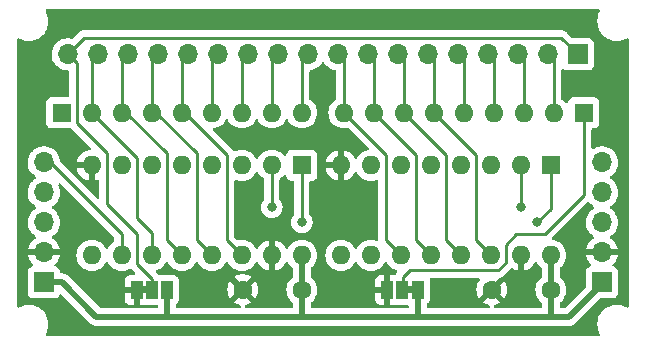
<source format=gbr>
%TF.GenerationSoftware,KiCad,Pcbnew,(6.0.2)*%
%TF.CreationDate,2022-04-13T02:02:00+09:00*%
%TF.ProjectId,joystick-input,6a6f7973-7469-4636-9b2d-696e7075742e,rev?*%
%TF.SameCoordinates,Original*%
%TF.FileFunction,Copper,L1,Top*%
%TF.FilePolarity,Positive*%
%FSLAX46Y46*%
G04 Gerber Fmt 4.6, Leading zero omitted, Abs format (unit mm)*
G04 Created by KiCad (PCBNEW (6.0.2)) date 2022-04-13 02:02:00*
%MOMM*%
%LPD*%
G01*
G04 APERTURE LIST*
%TA.AperFunction,SMDPad,CuDef*%
%ADD10R,1.000000X1.500000*%
%TD*%
%TA.AperFunction,ComponentPad*%
%ADD11R,1.700000X1.700000*%
%TD*%
%TA.AperFunction,ComponentPad*%
%ADD12O,1.700000X1.700000*%
%TD*%
%TA.AperFunction,ComponentPad*%
%ADD13R,1.600000X1.600000*%
%TD*%
%TA.AperFunction,ComponentPad*%
%ADD14O,1.600000X1.600000*%
%TD*%
%TA.AperFunction,ComponentPad*%
%ADD15C,1.600000*%
%TD*%
%TA.AperFunction,ViaPad*%
%ADD16C,0.800000*%
%TD*%
%TA.AperFunction,Conductor*%
%ADD17C,0.500000*%
%TD*%
%TA.AperFunction,Conductor*%
%ADD18C,0.250000*%
%TD*%
G04 APERTURE END LIST*
%TO.C,PULL1*%
G36*
X161555000Y-104440000D02*
G01*
X161055000Y-104440000D01*
X161055000Y-103840000D01*
X161555000Y-103840000D01*
X161555000Y-104440000D01*
G37*
%TO.C,SHORT1*%
G36*
X139046000Y-104440000D02*
G01*
X138546000Y-104440000D01*
X138546000Y-103840000D01*
X139046000Y-103840000D01*
X139046000Y-104440000D01*
G37*
%TD*%
D10*
%TO.P,PULL1,1,Pin_1*%
%TO.N,VCC*%
X161955000Y-104140000D03*
%TO.P,PULL1,2,Pin_2*%
%TO.N,/PULL*%
X160655000Y-104140000D03*
%TO.P,PULL1,3,Pin_3*%
%TO.N,GND*%
X159355000Y-104140000D03*
%TD*%
%TO.P,SHORT1,3,Pin_3*%
%TO.N,VCC*%
X140746000Y-104140000D03*
%TO.P,SHORT1,2,Pin_2*%
%TO.N,/C_SHORT*%
X139446000Y-104140000D03*
%TO.P,SHORT1,1,Pin_1*%
%TO.N,GND*%
X138146000Y-104140000D03*
%TD*%
D11*
%TO.P,IN1,1,Pin_1*%
%TO.N,VCC*%
X130302000Y-103505000D03*
D12*
%TO.P,IN1,2,Pin_2*%
%TO.N,GND*%
X130302000Y-100965000D03*
%TO.P,IN1,3,Pin_3*%
%TO.N,/LOAD*%
X130302000Y-98425000D03*
%TO.P,IN1,4,Pin_4*%
%TO.N,/CLK*%
X130302000Y-95885000D03*
%TO.P,IN1,5,Pin_5*%
%TO.N,/D_IN*%
X130302000Y-93345000D03*
%TD*%
D13*
%TO.P,74HC165_2,1,~{PL}*%
%TO.N,/LOAD*%
X152146000Y-93599000D03*
D14*
%TO.P,74HC165_2,2,CP*%
%TO.N,/CLK*%
X149606000Y-93599000D03*
%TO.P,74HC165_2,3,D4*%
%TO.N,/C_R*%
X147066000Y-93599000D03*
%TO.P,74HC165_2,4,D5*%
%TO.N,/C_L*%
X144526000Y-93599000D03*
%TO.P,74HC165_2,5,D6*%
%TO.N,/C_Y*%
X141986000Y-93599000D03*
%TO.P,74HC165_2,6,D7*%
%TO.N,/C_X*%
X139446000Y-93599000D03*
%TO.P,74HC165_2,7,~{Q7}*%
%TO.N,unconnected-(74HC165_2-Pad7)*%
X136906000Y-93599000D03*
%TO.P,74HC165_2,8,GND*%
%TO.N,GND*%
X134366000Y-93599000D03*
%TO.P,74HC165_2,9,Q7*%
%TO.N,/Q7*%
X134366000Y-101219000D03*
%TO.P,74HC165_2,10,DS*%
%TO.N,/D_IN*%
X136906000Y-101219000D03*
%TO.P,74HC165_2,11,D0*%
%TO.N,/C_EX4*%
X139446000Y-101219000D03*
%TO.P,74HC165_2,12,D1*%
%TO.N,/C_EX3*%
X141986000Y-101219000D03*
%TO.P,74HC165_2,13,D2*%
%TO.N,/C_EX2*%
X144526000Y-101219000D03*
%TO.P,74HC165_2,14,D3*%
%TO.N,/C_EX1*%
X147066000Y-101219000D03*
%TO.P,74HC165_2,15,~{CE}*%
%TO.N,GND*%
X149606000Y-101219000D03*
%TO.P,74HC165_2,16,VCC*%
%TO.N,VCC*%
X152146000Y-101219000D03*
%TD*%
D13*
%TO.P,74HC165_1,1,~{PL}*%
%TO.N,/LOAD*%
X173228000Y-93599000D03*
D14*
%TO.P,74HC165_1,2,CP*%
%TO.N,/CLK*%
X170688000Y-93599000D03*
%TO.P,74HC165_1,3,D4*%
%TO.N,/C_RIGHT*%
X168148000Y-93599000D03*
%TO.P,74HC165_1,4,D5*%
%TO.N,/C_LEFT*%
X165608000Y-93599000D03*
%TO.P,74HC165_1,5,D6*%
%TO.N,/C_DOWN*%
X163068000Y-93599000D03*
%TO.P,74HC165_1,6,D7*%
%TO.N,/C_UP*%
X160528000Y-93599000D03*
%TO.P,74HC165_1,7,~{Q7}*%
%TO.N,unconnected-(74HC165_1-Pad7)*%
X157988000Y-93599000D03*
%TO.P,74HC165_1,8,GND*%
%TO.N,GND*%
X155448000Y-93599000D03*
%TO.P,74HC165_1,9,Q7*%
%TO.N,/D_OUT*%
X155448000Y-101219000D03*
%TO.P,74HC165_1,10,DS*%
%TO.N,/Q7*%
X157988000Y-101219000D03*
%TO.P,74HC165_1,11,D0*%
%TO.N,/C_B*%
X160528000Y-101219000D03*
%TO.P,74HC165_1,12,D1*%
%TO.N,/C_A*%
X163068000Y-101219000D03*
%TO.P,74HC165_1,13,D2*%
%TO.N,/C_SELECT*%
X165608000Y-101219000D03*
%TO.P,74HC165_1,14,D3*%
%TO.N,/C_START*%
X168148000Y-101219000D03*
%TO.P,74HC165_1,15,~{CE}*%
%TO.N,GND*%
X170688000Y-101219000D03*
%TO.P,74HC165_1,16,VCC*%
%TO.N,VCC*%
X173228000Y-101219000D03*
%TD*%
D13*
%TO.P,RN1,1,common*%
%TO.N,/PULL*%
X176022000Y-89154000D03*
D14*
%TO.P,RN1,2,R1*%
%TO.N,/C_UP*%
X173482000Y-89154000D03*
%TO.P,RN1,3,R2*%
%TO.N,/C_DOWN*%
X170942000Y-89154000D03*
%TO.P,RN1,4,R3*%
%TO.N,/C_LEFT*%
X168402000Y-89154000D03*
%TO.P,RN1,5,R4*%
%TO.N,/C_RIGHT*%
X165862000Y-89154000D03*
%TO.P,RN1,6,R5*%
%TO.N,/C_START*%
X163322000Y-89154000D03*
%TO.P,RN1,7,R6*%
%TO.N,/C_SELECT*%
X160782000Y-89154000D03*
%TO.P,RN1,8,R7*%
%TO.N,/C_A*%
X158242000Y-89154000D03*
%TO.P,RN1,9,R8*%
%TO.N,/C_B*%
X155702000Y-89154000D03*
%TD*%
D11*
%TO.P,J1,1,Pin_1*%
%TO.N,/C_SHORT*%
X175514000Y-84201000D03*
D12*
%TO.P,J1,2,Pin_2*%
%TO.N,/C_UP*%
X172974000Y-84201000D03*
%TO.P,J1,3,Pin_3*%
%TO.N,/C_DOWN*%
X170434000Y-84201000D03*
%TO.P,J1,4,Pin_4*%
%TO.N,/C_LEFT*%
X167894000Y-84201000D03*
%TO.P,J1,5,Pin_5*%
%TO.N,/C_RIGHT*%
X165354000Y-84201000D03*
%TO.P,J1,6,Pin_6*%
%TO.N,/C_START*%
X162814000Y-84201000D03*
%TO.P,J1,7,Pin_7*%
%TO.N,/C_SELECT*%
X160274000Y-84201000D03*
%TO.P,J1,8,Pin_8*%
%TO.N,/C_A*%
X157734000Y-84201000D03*
%TO.P,J1,9,Pin_9*%
%TO.N,/C_B*%
X155194000Y-84201000D03*
%TO.P,J1,10,Pin_10*%
%TO.N,/C_X*%
X152654000Y-84201000D03*
%TO.P,J1,11,Pin_11*%
%TO.N,/C_Y*%
X150114000Y-84201000D03*
%TO.P,J1,12,Pin_12*%
%TO.N,/C_L*%
X147574000Y-84201000D03*
%TO.P,J1,13,Pin_13*%
%TO.N,/C_R*%
X145034000Y-84201000D03*
%TO.P,J1,14,Pin_14*%
%TO.N,/C_EX1*%
X142494000Y-84201000D03*
%TO.P,J1,15,Pin_15*%
%TO.N,/C_EX2*%
X139954000Y-84201000D03*
%TO.P,J1,16,Pin_16*%
%TO.N,/C_EX3*%
X137414000Y-84201000D03*
%TO.P,J1,17,Pin_17*%
%TO.N,/C_EX4*%
X134874000Y-84201000D03*
%TO.P,J1,18,Pin_18*%
%TO.N,/C_SHORT*%
X132334000Y-84201000D03*
%TD*%
D13*
%TO.P,RN2,1,common*%
%TO.N,/PULL*%
X131826000Y-89154000D03*
D14*
%TO.P,RN2,2,R1*%
%TO.N,/C_EX4*%
X134366000Y-89154000D03*
%TO.P,RN2,3,R2*%
%TO.N,/C_EX3*%
X136906000Y-89154000D03*
%TO.P,RN2,4,R3*%
%TO.N,/C_EX2*%
X139446000Y-89154000D03*
%TO.P,RN2,5,R4*%
%TO.N,/C_EX1*%
X141986000Y-89154000D03*
%TO.P,RN2,6,R5*%
%TO.N,/C_R*%
X144526000Y-89154000D03*
%TO.P,RN2,7,R6*%
%TO.N,/C_L*%
X147066000Y-89154000D03*
%TO.P,RN2,8,R7*%
%TO.N,/C_Y*%
X149606000Y-89154000D03*
%TO.P,RN2,9,R8*%
%TO.N,/C_X*%
X152146000Y-89154000D03*
%TD*%
D11*
%TO.P,OUT1,1,Pin_1*%
%TO.N,VCC*%
X177546000Y-103505000D03*
D12*
%TO.P,OUT1,2,Pin_2*%
%TO.N,GND*%
X177546000Y-100965000D03*
%TO.P,OUT1,3,Pin_3*%
%TO.N,/LOAD*%
X177546000Y-98425000D03*
%TO.P,OUT1,4,Pin_4*%
%TO.N,/CLK*%
X177546000Y-95885000D03*
%TO.P,OUT1,5,Pin_5*%
%TO.N,/D_OUT*%
X177546000Y-93345000D03*
%TD*%
D15*
%TO.P,C2,1*%
%TO.N,VCC*%
X152146000Y-104140000D03*
%TO.P,C2,2*%
%TO.N,GND*%
X147146000Y-104140000D03*
%TD*%
%TO.P,C1,1*%
%TO.N,VCC*%
X173228000Y-104140000D03*
%TO.P,C1,2*%
%TO.N,GND*%
X168228000Y-104140000D03*
%TD*%
D16*
%TO.N,/LOAD*%
X152146000Y-98425000D03*
X172085000Y-98425000D03*
%TO.N,/CLK*%
X149606000Y-97155000D03*
X170688000Y-97155000D03*
%TD*%
D17*
%TO.N,VCC*%
X140746000Y-106269000D02*
X140746000Y-104140000D01*
X161955000Y-104140000D02*
X161955000Y-106392500D01*
X140589000Y-106426000D02*
X134747000Y-106426000D01*
X161988500Y-106426000D02*
X140589000Y-106426000D01*
X173228000Y-106299000D02*
X173101000Y-106426000D01*
X173228000Y-104140000D02*
X173228000Y-106299000D01*
X173101000Y-106426000D02*
X174752000Y-106426000D01*
X161988500Y-106426000D02*
X173101000Y-106426000D01*
X152146000Y-104140000D02*
X152146000Y-106426000D01*
D18*
%TO.N,/PULL*%
X176022000Y-96139000D02*
X176022000Y-88900000D01*
X169418000Y-101854000D02*
X169418000Y-100330000D01*
X169418000Y-100330000D02*
X170307000Y-99441000D01*
X170307000Y-99441000D02*
X172720000Y-99441000D01*
X168783000Y-102489000D02*
X169418000Y-101854000D01*
X160685000Y-104140000D02*
X160685000Y-103085000D01*
X172720000Y-99441000D02*
X176022000Y-96139000D01*
X160685000Y-103085000D02*
X161281000Y-102489000D01*
X161281000Y-102489000D02*
X168783000Y-102489000D01*
%TO.N,/C_SHORT*%
X175514000Y-84201000D02*
X174117000Y-82804000D01*
X133096000Y-84963000D02*
X133096000Y-90043000D01*
X138176000Y-101924501D02*
X139446000Y-103194501D01*
X132334000Y-84201000D02*
X133096000Y-84963000D01*
X174117000Y-82804000D02*
X133731000Y-82804000D01*
X135636000Y-96901000D02*
X138176000Y-99441000D01*
X133731000Y-82804000D02*
X132334000Y-84201000D01*
X135636000Y-92583000D02*
X135636000Y-96901000D01*
X133096000Y-90043000D02*
X135636000Y-92583000D01*
X138176000Y-99441000D02*
X138176000Y-101924501D01*
X139446000Y-103194501D02*
X139446000Y-104076500D01*
%TO.N,/C_UP*%
X173482000Y-84709000D02*
X173482000Y-89154000D01*
X172974000Y-84201000D02*
X173482000Y-84709000D01*
%TO.N,/C_DOWN*%
X170434000Y-84201000D02*
X170942000Y-84709000D01*
X170942000Y-84709000D02*
X170942000Y-89154000D01*
%TO.N,/C_LEFT*%
X167894000Y-84201000D02*
X168402000Y-84709000D01*
X168402000Y-84709000D02*
X168402000Y-89154000D01*
%TO.N,/C_RIGHT*%
X165862000Y-84709000D02*
X165862000Y-89154000D01*
X165354000Y-84201000D02*
X165862000Y-84709000D01*
%TO.N,/C_START*%
X162814000Y-84201000D02*
X163322000Y-84709000D01*
X163322000Y-89154000D02*
X166878000Y-92710000D01*
X166878000Y-99949000D02*
X168148000Y-101219000D01*
X166878000Y-92710000D02*
X166878000Y-99949000D01*
X163322000Y-84709000D02*
X163322000Y-89154000D01*
%TO.N,/C_SELECT*%
X160274000Y-84201000D02*
X160782000Y-84709000D01*
X160782000Y-84709000D02*
X160782000Y-89154000D01*
X164338000Y-92710000D02*
X164338000Y-99949000D01*
X160782000Y-89154000D02*
X164338000Y-92710000D01*
X164338000Y-99949000D02*
X165608000Y-101219000D01*
D17*
%TO.N,VCC*%
X173228000Y-104140000D02*
X173228000Y-101219000D01*
X177546000Y-103632000D02*
X177546000Y-103505000D01*
X131826000Y-103505000D02*
X130302000Y-103505000D01*
X152146000Y-101219000D02*
X152146000Y-104140000D01*
X134747000Y-106426000D02*
X131826000Y-103505000D01*
X174752000Y-106426000D02*
X177546000Y-103632000D01*
D18*
%TO.N,/D_IN*%
X130302000Y-93345000D02*
X130810000Y-93345000D01*
X136906000Y-99441000D02*
X136906000Y-101219000D01*
X130810000Y-93345000D02*
X136906000Y-99441000D01*
%TO.N,/LOAD*%
X152146000Y-93599000D02*
X152146000Y-98425000D01*
X173228000Y-93599000D02*
X173228000Y-97282000D01*
X173228000Y-97282000D02*
X172085000Y-98425000D01*
%TO.N,/CLK*%
X149606000Y-93599000D02*
X149606000Y-97155000D01*
X170688000Y-93599000D02*
X170688000Y-97155000D01*
%TO.N,/C_A*%
X158242000Y-84709000D02*
X158242000Y-89154000D01*
X158242000Y-89154000D02*
X161798000Y-92710000D01*
X157734000Y-84201000D02*
X158242000Y-84709000D01*
X161798000Y-99949000D02*
X163068000Y-101219000D01*
X161798000Y-92710000D02*
X161798000Y-99949000D01*
%TO.N,/C_B*%
X159258000Y-99949000D02*
X160528000Y-101219000D01*
X155702000Y-89154000D02*
X159258000Y-92710000D01*
X155194000Y-84201000D02*
X155702000Y-84709000D01*
X159258000Y-92710000D02*
X159258000Y-99949000D01*
X155702000Y-84709000D02*
X155702000Y-89154000D01*
%TO.N,/C_X*%
X152146000Y-84709000D02*
X152146000Y-89154000D01*
X152654000Y-84201000D02*
X152146000Y-84709000D01*
%TO.N,/C_Y*%
X149606000Y-84709000D02*
X149606000Y-89154000D01*
X150114000Y-84201000D02*
X149606000Y-84709000D01*
%TO.N,/C_EX4*%
X134366000Y-84709000D02*
X134874000Y-84201000D01*
X139446000Y-101219000D02*
X139446000Y-99314000D01*
X139446000Y-99314000D02*
X138176000Y-98044000D01*
X134366000Y-89154000D02*
X134366000Y-84709000D01*
X138176000Y-98044000D02*
X138176000Y-92964000D01*
X138176000Y-92964000D02*
X134366000Y-89154000D01*
%TO.N,/C_EX3*%
X137414000Y-84201000D02*
X136906000Y-84709000D01*
X136906000Y-84709000D02*
X136906000Y-89154000D01*
X137287000Y-89154000D02*
X140716000Y-92583000D01*
X140716000Y-99949000D02*
X141986000Y-101219000D01*
X140716000Y-92583000D02*
X140716000Y-99949000D01*
X136906000Y-89154000D02*
X137287000Y-89154000D01*
%TO.N,/C_EX2*%
X143256000Y-92583000D02*
X143256000Y-99949000D01*
X139446000Y-84709000D02*
X139446000Y-89154000D01*
X139446000Y-89154000D02*
X139827000Y-89154000D01*
X139954000Y-84201000D02*
X139446000Y-84709000D01*
X143256000Y-99949000D02*
X144526000Y-101219000D01*
X139827000Y-89154000D02*
X143256000Y-92583000D01*
%TO.N,/C_EX1*%
X145796000Y-99949000D02*
X147066000Y-101219000D01*
X141986000Y-84709000D02*
X141986000Y-89154000D01*
X145796000Y-92710000D02*
X145796000Y-99949000D01*
X141986000Y-89154000D02*
X142240000Y-89154000D01*
X142240000Y-89154000D02*
X145796000Y-92710000D01*
X142494000Y-84201000D02*
X141986000Y-84709000D01*
%TO.N,/C_R*%
X145034000Y-84201000D02*
X144526000Y-84709000D01*
X144526000Y-84709000D02*
X144526000Y-89154000D01*
%TO.N,/C_L*%
X147574000Y-84201000D02*
X147066000Y-84709000D01*
X147066000Y-84709000D02*
X147066000Y-89154000D01*
%TD*%
%TA.AperFunction,Conductor*%
%TO.N,GND*%
G36*
X177345399Y-80411002D02*
G01*
X177391892Y-80464658D01*
X177401996Y-80534932D01*
X177384711Y-80582835D01*
X177340400Y-80655144D01*
X177338507Y-80659714D01*
X177338505Y-80659718D01*
X177246514Y-80881804D01*
X177240951Y-80895235D01*
X177239796Y-80900047D01*
X177181439Y-81143115D01*
X177181438Y-81143121D01*
X177180284Y-81147928D01*
X177160418Y-81400350D01*
X177159895Y-81407000D01*
X177180284Y-81666072D01*
X177181438Y-81670879D01*
X177181439Y-81670885D01*
X177187297Y-81695284D01*
X177240951Y-81918765D01*
X177242844Y-81923336D01*
X177242845Y-81923338D01*
X177290556Y-82038521D01*
X177340400Y-82158856D01*
X177476183Y-82380434D01*
X177479395Y-82384194D01*
X177479398Y-82384199D01*
X177629287Y-82559695D01*
X177644957Y-82578043D01*
X177648719Y-82581256D01*
X177838801Y-82743602D01*
X177838806Y-82743605D01*
X177842566Y-82746817D01*
X178064144Y-82882600D01*
X178068714Y-82884493D01*
X178068718Y-82884495D01*
X178219008Y-82946747D01*
X178304235Y-82982049D01*
X178357842Y-82994919D01*
X178552115Y-83041561D01*
X178552121Y-83041562D01*
X178556928Y-83042716D01*
X178816000Y-83063105D01*
X179075072Y-83042716D01*
X179079879Y-83041562D01*
X179079885Y-83041561D01*
X179274158Y-82994919D01*
X179327765Y-82982049D01*
X179412992Y-82946747D01*
X179563282Y-82884495D01*
X179563286Y-82884493D01*
X179567856Y-82882600D01*
X179640165Y-82838289D01*
X179708699Y-82819751D01*
X179776375Y-82841207D01*
X179821708Y-82895847D01*
X179832000Y-82945722D01*
X179832000Y-105522278D01*
X179811998Y-105590399D01*
X179758342Y-105636892D01*
X179688068Y-105646996D01*
X179640165Y-105629711D01*
X179572076Y-105587986D01*
X179567856Y-105585400D01*
X179563286Y-105583507D01*
X179563282Y-105583505D01*
X179332338Y-105487845D01*
X179332336Y-105487844D01*
X179327765Y-105485951D01*
X179238461Y-105464511D01*
X179079885Y-105426439D01*
X179079879Y-105426438D01*
X179075072Y-105425284D01*
X178816000Y-105404895D01*
X178556928Y-105425284D01*
X178552121Y-105426438D01*
X178552115Y-105426439D01*
X178393539Y-105464511D01*
X178304235Y-105485951D01*
X178299664Y-105487844D01*
X178299662Y-105487845D01*
X178068718Y-105583505D01*
X178068714Y-105583507D01*
X178064144Y-105585400D01*
X177842566Y-105721183D01*
X177838806Y-105724395D01*
X177838801Y-105724398D01*
X177663305Y-105874287D01*
X177644957Y-105889957D01*
X177641744Y-105893719D01*
X177479398Y-106083801D01*
X177479395Y-106083806D01*
X177476183Y-106087566D01*
X177340400Y-106309144D01*
X177338507Y-106313714D01*
X177338505Y-106313718D01*
X177246514Y-106535804D01*
X177240951Y-106549235D01*
X177239796Y-106554047D01*
X177181439Y-106797115D01*
X177181438Y-106797121D01*
X177180284Y-106801928D01*
X177160418Y-107054350D01*
X177159895Y-107061000D01*
X177180284Y-107320072D01*
X177181438Y-107324879D01*
X177181439Y-107324885D01*
X177187297Y-107349284D01*
X177240951Y-107572765D01*
X177242844Y-107577336D01*
X177242845Y-107577338D01*
X177290556Y-107692521D01*
X177340400Y-107812856D01*
X177342986Y-107817076D01*
X177384711Y-107885165D01*
X177403249Y-107953699D01*
X177381793Y-108021375D01*
X177327153Y-108066708D01*
X177277278Y-108077000D01*
X130570722Y-108077000D01*
X130502601Y-108056998D01*
X130456108Y-108003342D01*
X130446004Y-107933068D01*
X130463289Y-107885165D01*
X130505014Y-107817076D01*
X130507600Y-107812856D01*
X130557445Y-107692521D01*
X130605155Y-107577338D01*
X130605156Y-107577336D01*
X130607049Y-107572765D01*
X130660703Y-107349284D01*
X130666561Y-107324885D01*
X130666562Y-107324879D01*
X130667716Y-107320072D01*
X130688105Y-107061000D01*
X130667716Y-106801928D01*
X130666562Y-106797121D01*
X130666561Y-106797115D01*
X130608204Y-106554047D01*
X130607049Y-106549235D01*
X130601486Y-106535804D01*
X130509495Y-106313718D01*
X130509493Y-106313714D01*
X130507600Y-106309144D01*
X130371817Y-106087566D01*
X130368605Y-106083806D01*
X130368602Y-106083801D01*
X130206256Y-105893719D01*
X130203043Y-105889957D01*
X130184695Y-105874287D01*
X130009199Y-105724398D01*
X130009194Y-105724395D01*
X130005434Y-105721183D01*
X129783856Y-105585400D01*
X129779286Y-105583507D01*
X129779282Y-105583505D01*
X129548338Y-105487845D01*
X129548336Y-105487844D01*
X129543765Y-105485951D01*
X129454461Y-105464511D01*
X129295885Y-105426439D01*
X129295879Y-105426438D01*
X129291072Y-105425284D01*
X129032000Y-105404895D01*
X128772928Y-105425284D01*
X128768121Y-105426438D01*
X128768115Y-105426439D01*
X128609539Y-105464511D01*
X128520235Y-105485951D01*
X128515664Y-105487844D01*
X128515662Y-105487845D01*
X128284718Y-105583505D01*
X128284714Y-105583507D01*
X128280144Y-105585400D01*
X128275924Y-105587986D01*
X128207835Y-105629711D01*
X128139301Y-105648249D01*
X128071625Y-105626793D01*
X128026292Y-105572153D01*
X128016000Y-105522278D01*
X128016000Y-98391695D01*
X128939251Y-98391695D01*
X128939548Y-98396848D01*
X128939548Y-98396851D01*
X128945011Y-98491590D01*
X128952110Y-98614715D01*
X128953247Y-98619761D01*
X128953248Y-98619767D01*
X128973119Y-98707939D01*
X129001222Y-98832639D01*
X129055297Y-98965811D01*
X129083163Y-99034436D01*
X129085266Y-99039616D01*
X129087965Y-99044020D01*
X129195072Y-99218803D01*
X129201987Y-99230088D01*
X129348250Y-99398938D01*
X129520126Y-99541632D01*
X129593955Y-99584774D01*
X129642679Y-99636412D01*
X129655750Y-99706195D01*
X129629019Y-99771967D01*
X129588562Y-99805327D01*
X129580457Y-99809546D01*
X129571738Y-99815036D01*
X129401433Y-99942905D01*
X129393726Y-99949748D01*
X129246590Y-100103717D01*
X129240104Y-100111727D01*
X129120098Y-100287649D01*
X129115000Y-100296623D01*
X129025338Y-100489783D01*
X129021775Y-100499470D01*
X128966389Y-100699183D01*
X128967912Y-100707607D01*
X128980292Y-100711000D01*
X131620344Y-100711000D01*
X131633875Y-100707027D01*
X131635180Y-100697947D01*
X131593214Y-100530875D01*
X131589894Y-100521124D01*
X131504972Y-100325814D01*
X131500105Y-100316739D01*
X131384426Y-100137926D01*
X131378136Y-100129757D01*
X131234806Y-99972240D01*
X131227273Y-99965215D01*
X131060139Y-99833222D01*
X131051556Y-99827520D01*
X131014602Y-99807120D01*
X130964631Y-99756687D01*
X130949859Y-99687245D01*
X130974975Y-99620839D01*
X131002327Y-99594232D01*
X131031527Y-99573404D01*
X131181860Y-99466173D01*
X131340096Y-99308489D01*
X131343292Y-99304042D01*
X131467435Y-99131277D01*
X131470453Y-99127077D01*
X131480006Y-99107749D01*
X131567136Y-98931453D01*
X131567137Y-98931451D01*
X131569430Y-98926811D01*
X131615758Y-98774328D01*
X131632865Y-98718023D01*
X131632865Y-98718021D01*
X131634370Y-98713069D01*
X131663529Y-98491590D01*
X131665156Y-98425000D01*
X131646852Y-98202361D01*
X131592431Y-97985702D01*
X131503354Y-97780840D01*
X131445845Y-97691944D01*
X131384822Y-97597617D01*
X131384820Y-97597614D01*
X131382014Y-97593277D01*
X131231670Y-97428051D01*
X131227619Y-97424852D01*
X131227615Y-97424848D01*
X131060414Y-97292800D01*
X131060410Y-97292798D01*
X131056359Y-97289598D01*
X131015053Y-97266796D01*
X130965084Y-97216364D01*
X130950312Y-97146921D01*
X130975428Y-97080516D01*
X131002780Y-97053909D01*
X131050885Y-97019596D01*
X131181860Y-96926173D01*
X131340096Y-96768489D01*
X131399594Y-96685689D01*
X131467435Y-96591277D01*
X131470453Y-96587077D01*
X131503310Y-96520597D01*
X131567136Y-96391453D01*
X131567137Y-96391451D01*
X131569430Y-96386811D01*
X131634370Y-96173069D01*
X131663529Y-95951590D01*
X131665156Y-95885000D01*
X131646852Y-95662361D01*
X131592431Y-95445702D01*
X131532127Y-95307013D01*
X131523306Y-95236566D01*
X131553973Y-95172534D01*
X131614389Y-95135246D01*
X131685374Y-95136542D01*
X131736771Y-95167675D01*
X133986191Y-97417096D01*
X136235595Y-99666500D01*
X136269621Y-99728812D01*
X136272500Y-99755595D01*
X136272500Y-99999606D01*
X136252498Y-100067727D01*
X136218771Y-100102819D01*
X136066211Y-100209643D01*
X136066208Y-100209645D01*
X136061700Y-100212802D01*
X135899802Y-100374700D01*
X135768477Y-100562251D01*
X135766154Y-100567233D01*
X135766151Y-100567238D01*
X135750195Y-100601457D01*
X135703278Y-100654742D01*
X135635001Y-100674203D01*
X135567041Y-100653661D01*
X135521805Y-100601457D01*
X135505849Y-100567238D01*
X135505846Y-100567233D01*
X135503523Y-100562251D01*
X135372198Y-100374700D01*
X135210300Y-100212802D01*
X135205792Y-100209645D01*
X135205789Y-100209643D01*
X135065950Y-100111727D01*
X135022749Y-100081477D01*
X135017767Y-100079154D01*
X135017762Y-100079151D01*
X134820225Y-99987039D01*
X134820224Y-99987039D01*
X134815243Y-99984716D01*
X134809935Y-99983294D01*
X134809933Y-99983293D01*
X134599402Y-99926881D01*
X134599400Y-99926881D01*
X134594087Y-99925457D01*
X134366000Y-99905502D01*
X134137913Y-99925457D01*
X134132600Y-99926881D01*
X134132598Y-99926881D01*
X133922067Y-99983293D01*
X133922065Y-99983294D01*
X133916757Y-99984716D01*
X133911776Y-99987039D01*
X133911775Y-99987039D01*
X133714238Y-100079151D01*
X133714233Y-100079154D01*
X133709251Y-100081477D01*
X133666050Y-100111727D01*
X133526211Y-100209643D01*
X133526208Y-100209645D01*
X133521700Y-100212802D01*
X133359802Y-100374700D01*
X133228477Y-100562251D01*
X133226154Y-100567233D01*
X133226151Y-100567238D01*
X133134039Y-100764775D01*
X133131716Y-100769757D01*
X133130294Y-100775065D01*
X133130293Y-100775067D01*
X133074041Y-100985002D01*
X133072457Y-100990913D01*
X133052502Y-101219000D01*
X133072457Y-101447087D01*
X133131716Y-101668243D01*
X133134039Y-101673224D01*
X133134039Y-101673225D01*
X133226151Y-101870762D01*
X133226154Y-101870767D01*
X133228477Y-101875749D01*
X133359802Y-102063300D01*
X133521700Y-102225198D01*
X133526208Y-102228355D01*
X133526211Y-102228357D01*
X133527588Y-102229321D01*
X133709251Y-102356523D01*
X133714233Y-102358846D01*
X133714238Y-102358849D01*
X133838308Y-102416703D01*
X133916757Y-102453284D01*
X133922065Y-102454706D01*
X133922067Y-102454707D01*
X134132598Y-102511119D01*
X134132600Y-102511119D01*
X134137913Y-102512543D01*
X134366000Y-102532498D01*
X134594087Y-102512543D01*
X134599400Y-102511119D01*
X134599402Y-102511119D01*
X134809933Y-102454707D01*
X134809935Y-102454706D01*
X134815243Y-102453284D01*
X134893692Y-102416703D01*
X135017762Y-102358849D01*
X135017767Y-102358846D01*
X135022749Y-102356523D01*
X135204412Y-102229321D01*
X135205789Y-102228357D01*
X135205792Y-102228355D01*
X135210300Y-102225198D01*
X135372198Y-102063300D01*
X135503523Y-101875749D01*
X135505846Y-101870767D01*
X135505849Y-101870762D01*
X135521805Y-101836543D01*
X135568722Y-101783258D01*
X135636999Y-101763797D01*
X135704959Y-101784339D01*
X135750195Y-101836543D01*
X135766151Y-101870762D01*
X135766154Y-101870767D01*
X135768477Y-101875749D01*
X135899802Y-102063300D01*
X136061700Y-102225198D01*
X136066208Y-102228355D01*
X136066211Y-102228357D01*
X136067588Y-102229321D01*
X136249251Y-102356523D01*
X136254233Y-102358846D01*
X136254238Y-102358849D01*
X136378308Y-102416703D01*
X136456757Y-102453284D01*
X136462065Y-102454706D01*
X136462067Y-102454707D01*
X136672598Y-102511119D01*
X136672600Y-102511119D01*
X136677913Y-102512543D01*
X136906000Y-102532498D01*
X137134087Y-102512543D01*
X137139400Y-102511119D01*
X137139402Y-102511119D01*
X137349933Y-102454707D01*
X137349935Y-102454706D01*
X137355243Y-102453284D01*
X137467134Y-102401109D01*
X137557763Y-102358848D01*
X137562749Y-102356523D01*
X137567260Y-102353364D01*
X137569926Y-102351825D01*
X137638920Y-102335084D01*
X137706013Y-102358303D01*
X137713245Y-102363857D01*
X137744604Y-102389799D01*
X137753384Y-102397789D01*
X138022500Y-102666905D01*
X138056526Y-102729217D01*
X138051461Y-102800032D01*
X138008914Y-102856868D01*
X137942394Y-102881679D01*
X137933405Y-102882000D01*
X137601332Y-102882001D01*
X137594510Y-102882371D01*
X137543648Y-102887895D01*
X137528396Y-102891521D01*
X137407946Y-102936676D01*
X137392351Y-102945214D01*
X137290276Y-103021715D01*
X137277715Y-103034276D01*
X137201214Y-103136351D01*
X137192676Y-103151946D01*
X137147522Y-103272394D01*
X137143895Y-103287649D01*
X137138369Y-103338514D01*
X137138000Y-103345328D01*
X137138000Y-103867885D01*
X137142475Y-103883124D01*
X137143865Y-103884329D01*
X137151548Y-103886000D01*
X138274000Y-103886000D01*
X138342121Y-103906002D01*
X138388614Y-103959658D01*
X138400000Y-104012000D01*
X138400000Y-105379884D01*
X138404475Y-105395123D01*
X138405865Y-105396328D01*
X138413548Y-105397999D01*
X138690669Y-105397999D01*
X138697490Y-105397629D01*
X138748349Y-105392105D01*
X138765764Y-105387965D01*
X138824058Y-105387966D01*
X138828284Y-105388971D01*
X138835684Y-105391745D01*
X138897866Y-105398500D01*
X139861500Y-105398500D01*
X139929621Y-105418502D01*
X139976114Y-105472158D01*
X139987500Y-105524500D01*
X139987500Y-105541500D01*
X139967498Y-105609621D01*
X139913842Y-105656114D01*
X139861500Y-105667500D01*
X135113371Y-105667500D01*
X135045250Y-105647498D01*
X135024276Y-105630595D01*
X134328350Y-104934669D01*
X137138001Y-104934669D01*
X137138371Y-104941490D01*
X137143895Y-104992352D01*
X137147521Y-105007604D01*
X137192676Y-105128054D01*
X137201214Y-105143649D01*
X137277715Y-105245724D01*
X137290276Y-105258285D01*
X137392351Y-105334786D01*
X137407946Y-105343324D01*
X137528394Y-105388478D01*
X137543649Y-105392105D01*
X137594514Y-105397631D01*
X137601328Y-105398000D01*
X137873885Y-105398000D01*
X137889124Y-105393525D01*
X137890329Y-105392135D01*
X137892000Y-105384452D01*
X137892000Y-104412115D01*
X137887525Y-104396876D01*
X137886135Y-104395671D01*
X137878452Y-104394000D01*
X137156116Y-104394000D01*
X137140877Y-104398475D01*
X137139672Y-104399865D01*
X137138001Y-104407548D01*
X137138001Y-104934669D01*
X134328350Y-104934669D01*
X132409770Y-103016089D01*
X132397384Y-103001677D01*
X132388851Y-102990082D01*
X132388846Y-102990077D01*
X132384508Y-102984182D01*
X132378930Y-102979443D01*
X132378927Y-102979440D01*
X132344232Y-102949965D01*
X132336716Y-102943035D01*
X132331021Y-102937340D01*
X132309603Y-102920395D01*
X132308749Y-102919719D01*
X132305345Y-102916928D01*
X132255297Y-102874409D01*
X132255295Y-102874408D01*
X132249715Y-102869667D01*
X132243199Y-102866339D01*
X132238150Y-102862972D01*
X132233021Y-102859805D01*
X132227284Y-102855266D01*
X132161125Y-102824345D01*
X132157225Y-102822439D01*
X132135211Y-102811198D01*
X132092192Y-102789231D01*
X132085084Y-102787492D01*
X132079441Y-102785393D01*
X132073678Y-102783476D01*
X132067050Y-102780378D01*
X131995583Y-102765513D01*
X131991299Y-102764543D01*
X131988287Y-102763806D01*
X131920390Y-102747192D01*
X131914788Y-102746844D01*
X131914785Y-102746844D01*
X131909236Y-102746500D01*
X131909238Y-102746464D01*
X131905245Y-102746225D01*
X131901053Y-102745851D01*
X131893885Y-102744360D01*
X131827675Y-102746151D01*
X131816479Y-102746454D01*
X131813072Y-102746500D01*
X131786500Y-102746500D01*
X131718379Y-102726498D01*
X131671886Y-102672842D01*
X131660500Y-102620500D01*
X131660500Y-102606866D01*
X131653745Y-102544684D01*
X131602615Y-102408295D01*
X131515261Y-102291739D01*
X131398705Y-102204385D01*
X131279687Y-102159767D01*
X131222923Y-102117125D01*
X131198223Y-102050564D01*
X131213430Y-101981215D01*
X131234977Y-101952535D01*
X131336052Y-101851812D01*
X131342730Y-101843965D01*
X131467003Y-101671020D01*
X131472313Y-101662183D01*
X131566670Y-101471267D01*
X131570469Y-101461672D01*
X131632377Y-101257910D01*
X131634555Y-101247837D01*
X131635986Y-101236962D01*
X131633775Y-101222778D01*
X131620617Y-101219000D01*
X128985225Y-101219000D01*
X128971694Y-101222973D01*
X128970257Y-101232966D01*
X129000565Y-101367446D01*
X129003645Y-101377275D01*
X129083770Y-101574603D01*
X129088413Y-101583794D01*
X129199694Y-101765388D01*
X129205777Y-101773699D01*
X129345213Y-101934667D01*
X129352577Y-101941879D01*
X129357522Y-101945985D01*
X129397156Y-102004889D01*
X129398653Y-102075870D01*
X129361537Y-102136392D01*
X129321264Y-102160910D01*
X129213705Y-102201232D01*
X129213704Y-102201233D01*
X129205295Y-102204385D01*
X129088739Y-102291739D01*
X129001385Y-102408295D01*
X128950255Y-102544684D01*
X128943500Y-102606866D01*
X128943500Y-104403134D01*
X128943869Y-104406531D01*
X128944185Y-104409440D01*
X128950255Y-104465316D01*
X129001385Y-104601705D01*
X129088739Y-104718261D01*
X129205295Y-104805615D01*
X129341684Y-104856745D01*
X129403866Y-104863500D01*
X131200134Y-104863500D01*
X131262316Y-104856745D01*
X131398705Y-104805615D01*
X131515261Y-104718261D01*
X131559287Y-104659517D01*
X131597231Y-104608889D01*
X131597231Y-104608888D01*
X131602615Y-104601705D01*
X131605767Y-104593297D01*
X131608473Y-104588355D01*
X131658731Y-104538209D01*
X131728122Y-104523195D01*
X131794614Y-104548080D01*
X131808088Y-104559769D01*
X134163230Y-106914911D01*
X134175616Y-106929323D01*
X134184149Y-106940918D01*
X134184154Y-106940923D01*
X134188492Y-106946818D01*
X134194070Y-106951557D01*
X134194073Y-106951560D01*
X134228768Y-106981035D01*
X134236284Y-106987965D01*
X134241980Y-106993661D01*
X134244841Y-106995924D01*
X134244846Y-106995929D01*
X134264266Y-107011293D01*
X134267667Y-107014082D01*
X134323285Y-107061333D01*
X134329798Y-107064659D01*
X134334837Y-107068020D01*
X134339979Y-107071196D01*
X134345716Y-107075734D01*
X134411875Y-107106655D01*
X134415769Y-107108558D01*
X134480808Y-107141769D01*
X134487917Y-107143508D01*
X134493551Y-107145604D01*
X134499321Y-107147523D01*
X134505950Y-107150622D01*
X134513113Y-107152112D01*
X134513116Y-107152113D01*
X134563830Y-107162661D01*
X134577435Y-107165491D01*
X134581701Y-107166457D01*
X134652610Y-107183808D01*
X134658212Y-107184156D01*
X134658215Y-107184156D01*
X134663764Y-107184500D01*
X134663762Y-107184535D01*
X134667734Y-107184775D01*
X134671955Y-107185152D01*
X134679115Y-107186641D01*
X134756542Y-107184546D01*
X134759950Y-107184500D01*
X152118165Y-107184500D01*
X152125966Y-107184742D01*
X152187298Y-107188547D01*
X152200260Y-107186320D01*
X152221596Y-107184500D01*
X173033930Y-107184500D01*
X173052880Y-107185933D01*
X173067115Y-107188099D01*
X173067119Y-107188099D01*
X173074349Y-107189199D01*
X173081641Y-107188606D01*
X173081644Y-107188606D01*
X173127018Y-107184915D01*
X173137233Y-107184500D01*
X174684930Y-107184500D01*
X174703880Y-107185933D01*
X174718115Y-107188099D01*
X174718119Y-107188099D01*
X174725349Y-107189199D01*
X174732641Y-107188606D01*
X174732644Y-107188606D01*
X174778018Y-107184915D01*
X174788233Y-107184500D01*
X174796293Y-107184500D01*
X174813680Y-107182473D01*
X174824507Y-107181211D01*
X174828882Y-107180778D01*
X174894339Y-107175454D01*
X174894342Y-107175453D01*
X174901637Y-107174860D01*
X174908601Y-107172604D01*
X174914560Y-107171413D01*
X174920415Y-107170029D01*
X174927681Y-107169182D01*
X174996327Y-107144265D01*
X175000455Y-107142848D01*
X175062936Y-107122607D01*
X175062938Y-107122606D01*
X175069899Y-107120351D01*
X175076154Y-107116555D01*
X175081628Y-107114049D01*
X175087058Y-107111330D01*
X175093937Y-107108833D01*
X175100058Y-107104820D01*
X175154976Y-107068814D01*
X175158680Y-107066477D01*
X175221107Y-107028595D01*
X175229484Y-107021197D01*
X175229508Y-107021224D01*
X175232500Y-107018571D01*
X175235733Y-107015868D01*
X175241852Y-107011856D01*
X175295128Y-106955617D01*
X175297506Y-106953175D01*
X177350276Y-104900405D01*
X177412588Y-104866379D01*
X177439371Y-104863500D01*
X178444134Y-104863500D01*
X178506316Y-104856745D01*
X178642705Y-104805615D01*
X178759261Y-104718261D01*
X178846615Y-104601705D01*
X178897745Y-104465316D01*
X178903815Y-104409440D01*
X178904131Y-104406531D01*
X178904500Y-104403134D01*
X178904500Y-102606866D01*
X178897745Y-102544684D01*
X178846615Y-102408295D01*
X178759261Y-102291739D01*
X178642705Y-102204385D01*
X178523687Y-102159767D01*
X178466923Y-102117125D01*
X178442223Y-102050564D01*
X178457430Y-101981215D01*
X178478977Y-101952535D01*
X178580052Y-101851812D01*
X178586730Y-101843965D01*
X178711003Y-101671020D01*
X178716313Y-101662183D01*
X178810670Y-101471267D01*
X178814469Y-101461672D01*
X178876377Y-101257910D01*
X178878555Y-101247837D01*
X178879986Y-101236962D01*
X178877775Y-101222778D01*
X178864617Y-101219000D01*
X176229225Y-101219000D01*
X176215694Y-101222973D01*
X176214257Y-101232966D01*
X176244565Y-101367446D01*
X176247645Y-101377275D01*
X176327770Y-101574603D01*
X176332413Y-101583794D01*
X176443694Y-101765388D01*
X176449777Y-101773699D01*
X176589213Y-101934667D01*
X176596577Y-101941879D01*
X176601522Y-101945985D01*
X176641156Y-102004889D01*
X176642653Y-102075870D01*
X176605537Y-102136392D01*
X176565264Y-102160910D01*
X176457705Y-102201232D01*
X176457704Y-102201233D01*
X176449295Y-102204385D01*
X176332739Y-102291739D01*
X176245385Y-102408295D01*
X176194255Y-102544684D01*
X176187500Y-102606866D01*
X176187500Y-103865629D01*
X176167498Y-103933750D01*
X176150595Y-103954724D01*
X174474724Y-105630595D01*
X174412412Y-105664621D01*
X174385629Y-105667500D01*
X174112500Y-105667500D01*
X174044379Y-105647498D01*
X173997886Y-105593842D01*
X173986500Y-105541500D01*
X173986500Y-105271867D01*
X174006502Y-105203746D01*
X174040228Y-105168655D01*
X174072300Y-105146198D01*
X174234198Y-104984300D01*
X174268917Y-104934717D01*
X174325186Y-104854356D01*
X174365523Y-104796749D01*
X174367846Y-104791767D01*
X174367849Y-104791762D01*
X174459961Y-104594225D01*
X174459961Y-104594224D01*
X174462284Y-104589243D01*
X174482976Y-104512022D01*
X174520119Y-104373402D01*
X174520119Y-104373400D01*
X174521543Y-104368087D01*
X174541498Y-104140000D01*
X174521543Y-103911913D01*
X174513028Y-103880135D01*
X174463707Y-103696067D01*
X174463706Y-103696065D01*
X174462284Y-103690757D01*
X174367966Y-103488489D01*
X174367849Y-103488238D01*
X174367846Y-103488233D01*
X174365523Y-103483251D01*
X174268948Y-103345328D01*
X174237357Y-103300211D01*
X174237355Y-103300208D01*
X174234198Y-103295700D01*
X174072300Y-103133802D01*
X174040229Y-103111345D01*
X173995901Y-103055890D01*
X173986500Y-103008133D01*
X173986500Y-102350867D01*
X174006502Y-102282746D01*
X174040228Y-102247655D01*
X174072300Y-102225198D01*
X174234198Y-102063300D01*
X174365523Y-101875749D01*
X174367846Y-101870767D01*
X174367849Y-101870762D01*
X174459961Y-101673225D01*
X174459961Y-101673224D01*
X174462284Y-101668243D01*
X174521543Y-101447087D01*
X174541498Y-101219000D01*
X174521543Y-100990913D01*
X174519959Y-100985002D01*
X174463707Y-100775067D01*
X174463706Y-100775065D01*
X174462284Y-100769757D01*
X174459961Y-100764775D01*
X174367849Y-100567238D01*
X174367846Y-100567233D01*
X174365523Y-100562251D01*
X174234198Y-100374700D01*
X174072300Y-100212802D01*
X174067792Y-100209645D01*
X174067789Y-100209643D01*
X173927950Y-100111727D01*
X173884749Y-100081477D01*
X173879767Y-100079154D01*
X173879762Y-100079151D01*
X173682225Y-99987039D01*
X173682224Y-99987039D01*
X173677243Y-99984716D01*
X173671935Y-99983294D01*
X173671933Y-99983293D01*
X173461402Y-99926881D01*
X173461400Y-99926881D01*
X173456087Y-99925457D01*
X173450609Y-99924978D01*
X173450605Y-99924977D01*
X173431195Y-99923279D01*
X173426745Y-99922890D01*
X173360626Y-99897027D01*
X173318986Y-99839524D01*
X173315045Y-99768637D01*
X173348630Y-99708274D01*
X176313529Y-96743375D01*
X176375841Y-96709349D01*
X176446656Y-96714414D01*
X176497860Y-96749972D01*
X176592250Y-96858938D01*
X176764126Y-97001632D01*
X176794868Y-97019596D01*
X176837445Y-97044476D01*
X176886169Y-97096114D01*
X176899240Y-97165897D01*
X176872509Y-97231669D01*
X176832055Y-97265027D01*
X176819607Y-97271507D01*
X176815474Y-97274610D01*
X176815471Y-97274612D01*
X176699041Y-97362030D01*
X176640965Y-97405635D01*
X176486629Y-97567138D01*
X176483715Y-97571410D01*
X176483714Y-97571411D01*
X176459161Y-97607405D01*
X176360743Y-97751680D01*
X176335163Y-97806787D01*
X176272290Y-97942237D01*
X176266688Y-97954305D01*
X176206989Y-98169570D01*
X176183251Y-98391695D01*
X176183548Y-98396848D01*
X176183548Y-98396851D01*
X176189011Y-98491590D01*
X176196110Y-98614715D01*
X176197247Y-98619761D01*
X176197248Y-98619767D01*
X176217119Y-98707939D01*
X176245222Y-98832639D01*
X176299297Y-98965811D01*
X176327163Y-99034436D01*
X176329266Y-99039616D01*
X176331965Y-99044020D01*
X176439072Y-99218803D01*
X176445987Y-99230088D01*
X176592250Y-99398938D01*
X176764126Y-99541632D01*
X176837955Y-99584774D01*
X176886679Y-99636412D01*
X176899750Y-99706195D01*
X176873019Y-99771967D01*
X176832562Y-99805327D01*
X176824457Y-99809546D01*
X176815738Y-99815036D01*
X176645433Y-99942905D01*
X176637726Y-99949748D01*
X176490590Y-100103717D01*
X176484104Y-100111727D01*
X176364098Y-100287649D01*
X176359000Y-100296623D01*
X176269338Y-100489783D01*
X176265775Y-100499470D01*
X176210389Y-100699183D01*
X176211912Y-100707607D01*
X176224292Y-100711000D01*
X178864344Y-100711000D01*
X178877875Y-100707027D01*
X178879180Y-100697947D01*
X178837214Y-100530875D01*
X178833894Y-100521124D01*
X178748972Y-100325814D01*
X178744105Y-100316739D01*
X178628426Y-100137926D01*
X178622136Y-100129757D01*
X178478806Y-99972240D01*
X178471273Y-99965215D01*
X178304139Y-99833222D01*
X178295556Y-99827520D01*
X178258602Y-99807120D01*
X178208631Y-99756687D01*
X178193859Y-99687245D01*
X178218975Y-99620839D01*
X178246327Y-99594232D01*
X178275527Y-99573404D01*
X178425860Y-99466173D01*
X178584096Y-99308489D01*
X178587292Y-99304042D01*
X178711435Y-99131277D01*
X178714453Y-99127077D01*
X178724006Y-99107749D01*
X178811136Y-98931453D01*
X178811137Y-98931451D01*
X178813430Y-98926811D01*
X178859758Y-98774328D01*
X178876865Y-98718023D01*
X178876865Y-98718021D01*
X178878370Y-98713069D01*
X178907529Y-98491590D01*
X178909156Y-98425000D01*
X178890852Y-98202361D01*
X178836431Y-97985702D01*
X178747354Y-97780840D01*
X178689845Y-97691944D01*
X178628822Y-97597617D01*
X178628820Y-97597614D01*
X178626014Y-97593277D01*
X178475670Y-97428051D01*
X178471619Y-97424852D01*
X178471615Y-97424848D01*
X178304414Y-97292800D01*
X178304410Y-97292798D01*
X178300359Y-97289598D01*
X178259053Y-97266796D01*
X178209084Y-97216364D01*
X178194312Y-97146921D01*
X178219428Y-97080516D01*
X178246780Y-97053909D01*
X178294885Y-97019596D01*
X178425860Y-96926173D01*
X178584096Y-96768489D01*
X178643594Y-96685689D01*
X178711435Y-96591277D01*
X178714453Y-96587077D01*
X178747310Y-96520597D01*
X178811136Y-96391453D01*
X178811137Y-96391451D01*
X178813430Y-96386811D01*
X178878370Y-96173069D01*
X178907529Y-95951590D01*
X178909156Y-95885000D01*
X178890852Y-95662361D01*
X178836431Y-95445702D01*
X178747354Y-95240840D01*
X178626014Y-95053277D01*
X178475670Y-94888051D01*
X178471619Y-94884852D01*
X178471615Y-94884848D01*
X178304414Y-94752800D01*
X178304410Y-94752798D01*
X178300359Y-94749598D01*
X178259053Y-94726796D01*
X178209084Y-94676364D01*
X178194312Y-94606921D01*
X178219428Y-94540516D01*
X178246780Y-94513909D01*
X178293605Y-94480509D01*
X178425860Y-94386173D01*
X178584096Y-94228489D01*
X178593106Y-94215951D01*
X178711435Y-94051277D01*
X178714453Y-94047077D01*
X178801419Y-93871115D01*
X178811136Y-93851453D01*
X178811137Y-93851451D01*
X178813430Y-93846811D01*
X178878370Y-93633069D01*
X178907529Y-93411590D01*
X178909156Y-93345000D01*
X178890852Y-93122361D01*
X178836431Y-92905702D01*
X178747354Y-92700840D01*
X178677461Y-92592802D01*
X178628822Y-92517617D01*
X178628820Y-92517614D01*
X178626014Y-92513277D01*
X178475670Y-92348051D01*
X178471619Y-92344852D01*
X178471615Y-92344848D01*
X178304414Y-92212800D01*
X178304410Y-92212798D01*
X178300359Y-92209598D01*
X178280183Y-92198460D01*
X178221783Y-92166222D01*
X178104789Y-92101638D01*
X178099920Y-92099914D01*
X178099916Y-92099912D01*
X177899087Y-92028795D01*
X177899083Y-92028794D01*
X177894212Y-92027069D01*
X177889119Y-92026162D01*
X177889116Y-92026161D01*
X177679373Y-91988800D01*
X177679367Y-91988799D01*
X177674284Y-91987894D01*
X177600452Y-91986992D01*
X177456081Y-91985228D01*
X177456079Y-91985228D01*
X177450911Y-91985165D01*
X177230091Y-92018955D01*
X177017756Y-92088357D01*
X176839678Y-92181059D01*
X176770021Y-92194771D01*
X176704006Y-92168646D01*
X176662594Y-92110978D01*
X176655500Y-92069295D01*
X176655500Y-90588500D01*
X176675502Y-90520379D01*
X176729158Y-90473886D01*
X176781500Y-90462500D01*
X176870134Y-90462500D01*
X176932316Y-90455745D01*
X177068705Y-90404615D01*
X177185261Y-90317261D01*
X177272615Y-90200705D01*
X177323745Y-90064316D01*
X177330500Y-90002134D01*
X177330500Y-88305866D01*
X177323745Y-88243684D01*
X177272615Y-88107295D01*
X177185261Y-87990739D01*
X177068705Y-87903385D01*
X176932316Y-87852255D01*
X176870134Y-87845500D01*
X175173866Y-87845500D01*
X175111684Y-87852255D01*
X174975295Y-87903385D01*
X174858739Y-87990739D01*
X174771385Y-88107295D01*
X174720255Y-88243684D01*
X174719083Y-88254474D01*
X174718197Y-88256606D01*
X174717575Y-88259222D01*
X174717152Y-88259121D01*
X174691845Y-88320035D01*
X174633483Y-88360463D01*
X174562529Y-88362922D01*
X174501510Y-88326629D01*
X174494511Y-88317969D01*
X174491354Y-88314207D01*
X174488198Y-88309700D01*
X174326300Y-88147802D01*
X174321792Y-88144645D01*
X174321789Y-88144643D01*
X174169229Y-88037819D01*
X174124901Y-87982362D01*
X174115500Y-87934606D01*
X174115500Y-85527323D01*
X174135502Y-85459202D01*
X174189158Y-85412709D01*
X174259432Y-85402605D01*
X174317065Y-85426497D01*
X174377328Y-85471661D01*
X174417295Y-85501615D01*
X174553684Y-85552745D01*
X174615866Y-85559500D01*
X176412134Y-85559500D01*
X176474316Y-85552745D01*
X176610705Y-85501615D01*
X176727261Y-85414261D01*
X176814615Y-85297705D01*
X176865745Y-85161316D01*
X176872500Y-85099134D01*
X176872500Y-83302866D01*
X176865745Y-83240684D01*
X176814615Y-83104295D01*
X176727261Y-82987739D01*
X176610705Y-82900385D01*
X176474316Y-82849255D01*
X176412134Y-82842500D01*
X175103595Y-82842500D01*
X175035474Y-82822498D01*
X175014500Y-82805595D01*
X174620652Y-82411747D01*
X174613112Y-82403461D01*
X174609000Y-82396982D01*
X174559348Y-82350356D01*
X174556507Y-82347602D01*
X174536770Y-82327865D01*
X174533573Y-82325385D01*
X174524551Y-82317680D01*
X174511116Y-82305064D01*
X174492321Y-82287414D01*
X174485375Y-82283595D01*
X174485372Y-82283593D01*
X174474566Y-82277652D01*
X174458047Y-82266801D01*
X174457583Y-82266441D01*
X174442041Y-82254386D01*
X174434772Y-82251241D01*
X174434768Y-82251238D01*
X174401463Y-82236826D01*
X174390813Y-82231609D01*
X174352060Y-82210305D01*
X174332437Y-82205267D01*
X174313734Y-82198863D01*
X174302420Y-82193967D01*
X174302419Y-82193967D01*
X174295145Y-82190819D01*
X174287322Y-82189580D01*
X174287312Y-82189577D01*
X174251476Y-82183901D01*
X174239856Y-82181495D01*
X174204711Y-82172472D01*
X174204710Y-82172472D01*
X174197030Y-82170500D01*
X174176776Y-82170500D01*
X174157065Y-82168949D01*
X174154534Y-82168548D01*
X174137057Y-82165780D01*
X174129165Y-82166526D01*
X174093039Y-82169941D01*
X174081181Y-82170500D01*
X133809763Y-82170500D01*
X133798579Y-82169973D01*
X133791091Y-82168299D01*
X133783168Y-82168548D01*
X133723033Y-82170438D01*
X133719075Y-82170500D01*
X133691144Y-82170500D01*
X133687229Y-82170995D01*
X133687225Y-82170995D01*
X133687167Y-82171003D01*
X133687138Y-82171006D01*
X133675296Y-82171939D01*
X133631110Y-82173327D01*
X133613744Y-82178372D01*
X133611658Y-82178978D01*
X133592306Y-82182986D01*
X133585235Y-82183880D01*
X133572203Y-82185526D01*
X133564834Y-82188443D01*
X133564832Y-82188444D01*
X133531097Y-82201800D01*
X133519869Y-82205645D01*
X133477407Y-82217982D01*
X133470585Y-82222016D01*
X133470579Y-82222019D01*
X133459968Y-82228294D01*
X133442218Y-82236990D01*
X133430756Y-82241528D01*
X133430751Y-82241531D01*
X133423383Y-82244448D01*
X133405970Y-82257099D01*
X133387625Y-82270427D01*
X133377707Y-82276943D01*
X133366463Y-82283593D01*
X133339637Y-82299458D01*
X133325313Y-82313782D01*
X133310281Y-82326621D01*
X133293893Y-82338528D01*
X133265712Y-82372593D01*
X133257722Y-82381373D01*
X132791345Y-82847750D01*
X132729033Y-82881776D01*
X132680154Y-82882702D01*
X132467373Y-82844800D01*
X132467367Y-82844799D01*
X132462284Y-82843894D01*
X132388452Y-82842992D01*
X132244081Y-82841228D01*
X132244079Y-82841228D01*
X132238911Y-82841165D01*
X132018091Y-82874955D01*
X131805756Y-82944357D01*
X131607607Y-83047507D01*
X131603474Y-83050610D01*
X131603471Y-83050612D01*
X131433100Y-83178530D01*
X131428965Y-83181635D01*
X131274629Y-83343138D01*
X131148743Y-83527680D01*
X131054688Y-83730305D01*
X130994989Y-83945570D01*
X130971251Y-84167695D01*
X130984110Y-84390715D01*
X130985247Y-84395761D01*
X130985248Y-84395767D01*
X131009304Y-84502508D01*
X131033222Y-84608639D01*
X131117266Y-84815616D01*
X131154370Y-84876165D01*
X131231291Y-85001688D01*
X131233987Y-85006088D01*
X131380250Y-85174938D01*
X131552126Y-85317632D01*
X131745000Y-85430338D01*
X131953692Y-85510030D01*
X131958760Y-85511061D01*
X131958763Y-85511062D01*
X132038689Y-85527323D01*
X132172597Y-85554567D01*
X132177771Y-85554757D01*
X132177773Y-85554757D01*
X132226751Y-85556553D01*
X132341119Y-85560747D01*
X132408459Y-85583230D01*
X132452955Y-85638553D01*
X132462500Y-85686661D01*
X132462500Y-87719500D01*
X132442498Y-87787621D01*
X132388842Y-87834114D01*
X132336500Y-87845500D01*
X130977866Y-87845500D01*
X130915684Y-87852255D01*
X130779295Y-87903385D01*
X130662739Y-87990739D01*
X130575385Y-88107295D01*
X130524255Y-88243684D01*
X130517500Y-88305866D01*
X130517500Y-90002134D01*
X130524255Y-90064316D01*
X130575385Y-90200705D01*
X130662739Y-90317261D01*
X130779295Y-90404615D01*
X130915684Y-90455745D01*
X130977866Y-90462500D01*
X132563881Y-90462500D01*
X132632002Y-90482502D01*
X132644197Y-90491415D01*
X132664605Y-90508298D01*
X132673384Y-90516288D01*
X134245831Y-92088735D01*
X134279857Y-92151047D01*
X134274792Y-92221862D01*
X134232245Y-92278698D01*
X134167718Y-92303350D01*
X134143491Y-92305470D01*
X134132688Y-92307375D01*
X133922239Y-92363764D01*
X133911947Y-92367510D01*
X133714489Y-92459586D01*
X133704993Y-92465069D01*
X133526533Y-92590028D01*
X133518125Y-92597084D01*
X133364084Y-92751125D01*
X133357028Y-92759533D01*
X133232069Y-92937993D01*
X133226586Y-92947489D01*
X133134510Y-93144947D01*
X133130764Y-93155239D01*
X133084606Y-93327503D01*
X133084942Y-93341599D01*
X133092884Y-93345000D01*
X134494000Y-93345000D01*
X134562121Y-93365002D01*
X134608614Y-93418658D01*
X134620000Y-93471000D01*
X134620000Y-94866967D01*
X134623973Y-94880498D01*
X134632522Y-94881727D01*
X134809761Y-94834236D01*
X134820058Y-94830488D01*
X134823249Y-94829000D01*
X134824789Y-94828766D01*
X134825226Y-94828607D01*
X134825258Y-94828695D01*
X134893441Y-94818338D01*
X134958254Y-94847317D01*
X134997110Y-94906737D01*
X135002500Y-94943194D01*
X135002500Y-96337406D01*
X134982498Y-96405527D01*
X134928842Y-96452020D01*
X134858568Y-96462124D01*
X134793988Y-96432630D01*
X134787405Y-96426501D01*
X133326284Y-94965379D01*
X132226427Y-93865522D01*
X133083273Y-93865522D01*
X133130764Y-94042761D01*
X133134510Y-94053053D01*
X133226586Y-94250511D01*
X133232069Y-94260007D01*
X133357028Y-94438467D01*
X133364084Y-94446875D01*
X133518125Y-94600916D01*
X133526533Y-94607972D01*
X133704993Y-94732931D01*
X133714489Y-94738414D01*
X133911947Y-94830490D01*
X133922239Y-94834236D01*
X134094503Y-94880394D01*
X134108599Y-94880058D01*
X134112000Y-94872116D01*
X134112000Y-93871115D01*
X134107525Y-93855876D01*
X134106135Y-93854671D01*
X134098452Y-93853000D01*
X133098033Y-93853000D01*
X133084502Y-93856973D01*
X133083273Y-93865522D01*
X132226427Y-93865522D01*
X131694199Y-93333294D01*
X131660173Y-93270982D01*
X131657718Y-93254524D01*
X131648709Y-93144947D01*
X131646852Y-93122361D01*
X131592431Y-92905702D01*
X131503354Y-92700840D01*
X131433461Y-92592802D01*
X131384822Y-92517617D01*
X131384820Y-92517614D01*
X131382014Y-92513277D01*
X131231670Y-92348051D01*
X131227619Y-92344852D01*
X131227615Y-92344848D01*
X131060414Y-92212800D01*
X131060410Y-92212798D01*
X131056359Y-92209598D01*
X131036183Y-92198460D01*
X130977783Y-92166222D01*
X130860789Y-92101638D01*
X130855920Y-92099914D01*
X130855916Y-92099912D01*
X130655087Y-92028795D01*
X130655083Y-92028794D01*
X130650212Y-92027069D01*
X130645119Y-92026162D01*
X130645116Y-92026161D01*
X130435373Y-91988800D01*
X130435367Y-91988799D01*
X130430284Y-91987894D01*
X130356452Y-91986992D01*
X130212081Y-91985228D01*
X130212079Y-91985228D01*
X130206911Y-91985165D01*
X129986091Y-92018955D01*
X129773756Y-92088357D01*
X129743443Y-92104137D01*
X129613685Y-92171685D01*
X129575607Y-92191507D01*
X129571474Y-92194610D01*
X129571471Y-92194612D01*
X129407211Y-92317942D01*
X129396965Y-92325635D01*
X129356948Y-92367510D01*
X129274166Y-92454137D01*
X129242629Y-92487138D01*
X129239715Y-92491410D01*
X129239714Y-92491411D01*
X129221838Y-92517617D01*
X129116743Y-92671680D01*
X129022688Y-92874305D01*
X128962989Y-93089570D01*
X128939251Y-93311695D01*
X128939548Y-93316848D01*
X128939548Y-93316851D01*
X128945011Y-93411590D01*
X128952110Y-93534715D01*
X128953247Y-93539761D01*
X128953248Y-93539767D01*
X128966597Y-93599000D01*
X129001222Y-93752639D01*
X129085266Y-93959616D01*
X129201987Y-94150088D01*
X129348250Y-94318938D01*
X129520126Y-94461632D01*
X129554061Y-94481462D01*
X129593445Y-94504476D01*
X129642169Y-94556114D01*
X129655240Y-94625897D01*
X129628509Y-94691669D01*
X129588055Y-94725027D01*
X129575607Y-94731507D01*
X129571474Y-94734610D01*
X129571471Y-94734612D01*
X129401100Y-94862530D01*
X129396965Y-94865635D01*
X129357163Y-94907285D01*
X129286569Y-94981158D01*
X129242629Y-95027138D01*
X129116743Y-95211680D01*
X129022688Y-95414305D01*
X128962989Y-95629570D01*
X128939251Y-95851695D01*
X128939548Y-95856848D01*
X128939548Y-95856851D01*
X128945011Y-95951590D01*
X128952110Y-96074715D01*
X128953247Y-96079761D01*
X128953248Y-96079767D01*
X128973119Y-96167939D01*
X129001222Y-96292639D01*
X129085266Y-96499616D01*
X129201987Y-96690088D01*
X129348250Y-96858938D01*
X129520126Y-97001632D01*
X129550868Y-97019596D01*
X129593445Y-97044476D01*
X129642169Y-97096114D01*
X129655240Y-97165897D01*
X129628509Y-97231669D01*
X129588055Y-97265027D01*
X129575607Y-97271507D01*
X129571474Y-97274610D01*
X129571471Y-97274612D01*
X129455041Y-97362030D01*
X129396965Y-97405635D01*
X129242629Y-97567138D01*
X129239715Y-97571410D01*
X129239714Y-97571411D01*
X129215161Y-97607405D01*
X129116743Y-97751680D01*
X129091163Y-97806787D01*
X129028290Y-97942237D01*
X129022688Y-97954305D01*
X128962989Y-98169570D01*
X128939251Y-98391695D01*
X128016000Y-98391695D01*
X128016000Y-82945722D01*
X128036002Y-82877601D01*
X128089658Y-82831108D01*
X128159932Y-82821004D01*
X128207835Y-82838289D01*
X128280144Y-82882600D01*
X128284714Y-82884493D01*
X128284718Y-82884495D01*
X128435008Y-82946747D01*
X128520235Y-82982049D01*
X128573842Y-82994919D01*
X128768115Y-83041561D01*
X128768121Y-83041562D01*
X128772928Y-83042716D01*
X129032000Y-83063105D01*
X129291072Y-83042716D01*
X129295879Y-83041562D01*
X129295885Y-83041561D01*
X129490158Y-82994919D01*
X129543765Y-82982049D01*
X129628992Y-82946747D01*
X129779282Y-82884495D01*
X129779286Y-82884493D01*
X129783856Y-82882600D01*
X130005434Y-82746817D01*
X130009194Y-82743605D01*
X130009199Y-82743602D01*
X130199281Y-82581256D01*
X130203043Y-82578043D01*
X130218713Y-82559695D01*
X130368602Y-82384199D01*
X130368605Y-82384194D01*
X130371817Y-82380434D01*
X130507600Y-82158856D01*
X130557445Y-82038521D01*
X130605155Y-81923338D01*
X130605156Y-81923336D01*
X130607049Y-81918765D01*
X130660703Y-81695284D01*
X130666561Y-81670885D01*
X130666562Y-81670879D01*
X130667716Y-81666072D01*
X130688105Y-81407000D01*
X130667716Y-81147928D01*
X130666562Y-81143121D01*
X130666561Y-81143115D01*
X130608204Y-80900047D01*
X130607049Y-80895235D01*
X130601486Y-80881804D01*
X130509495Y-80659718D01*
X130509493Y-80659714D01*
X130507600Y-80655144D01*
X130463289Y-80582835D01*
X130444751Y-80514301D01*
X130466207Y-80446625D01*
X130520847Y-80401292D01*
X130570722Y-80391000D01*
X177277278Y-80391000D01*
X177345399Y-80411002D01*
G37*
%TD.AperFunction*%
%TA.AperFunction,Conductor*%
G36*
X154006026Y-84876144D02*
G01*
X154033875Y-84907994D01*
X154093987Y-85006088D01*
X154240250Y-85174938D01*
X154412126Y-85317632D01*
X154605000Y-85430338D01*
X154813692Y-85510030D01*
X154967624Y-85541348D01*
X155030386Y-85574528D01*
X155065248Y-85636376D01*
X155068500Y-85664817D01*
X155068500Y-87934606D01*
X155048498Y-88002727D01*
X155014771Y-88037819D01*
X154862211Y-88144643D01*
X154862208Y-88144645D01*
X154857700Y-88147802D01*
X154695802Y-88309700D01*
X154564477Y-88497251D01*
X154562154Y-88502233D01*
X154562151Y-88502238D01*
X154546195Y-88536457D01*
X154467716Y-88704757D01*
X154408457Y-88925913D01*
X154388502Y-89154000D01*
X154408457Y-89382087D01*
X154467716Y-89603243D01*
X154470039Y-89608224D01*
X154470039Y-89608225D01*
X154562151Y-89805762D01*
X154562154Y-89805767D01*
X154564477Y-89810749D01*
X154695802Y-89998300D01*
X154857700Y-90160198D01*
X154862208Y-90163355D01*
X154862211Y-90163357D01*
X154903542Y-90192297D01*
X155045251Y-90291523D01*
X155050233Y-90293846D01*
X155050238Y-90293849D01*
X155212238Y-90369390D01*
X155252757Y-90388284D01*
X155258065Y-90389706D01*
X155258067Y-90389707D01*
X155468598Y-90446119D01*
X155468600Y-90446119D01*
X155473913Y-90447543D01*
X155702000Y-90467498D01*
X155930087Y-90447543D01*
X155935398Y-90446120D01*
X155935409Y-90446118D01*
X155993541Y-90430541D01*
X156064517Y-90432230D01*
X156115248Y-90463152D01*
X157761469Y-92109373D01*
X157795495Y-92171685D01*
X157790430Y-92242500D01*
X157747883Y-92299336D01*
X157704985Y-92320175D01*
X157544067Y-92363293D01*
X157544065Y-92363294D01*
X157538757Y-92364716D01*
X157533776Y-92367039D01*
X157533775Y-92367039D01*
X157336238Y-92459151D01*
X157336233Y-92459154D01*
X157331251Y-92461477D01*
X157280819Y-92496790D01*
X157148211Y-92589643D01*
X157148208Y-92589645D01*
X157143700Y-92592802D01*
X156981802Y-92754700D01*
X156850477Y-92942251D01*
X156848154Y-92947233D01*
X156848151Y-92947238D01*
X156831919Y-92982049D01*
X156785002Y-93035334D01*
X156716725Y-93054795D01*
X156648765Y-93034253D01*
X156603529Y-92982049D01*
X156587414Y-92947489D01*
X156581931Y-92937993D01*
X156456972Y-92759533D01*
X156449916Y-92751125D01*
X156295875Y-92597084D01*
X156287467Y-92590028D01*
X156109007Y-92465069D01*
X156099511Y-92459586D01*
X155902053Y-92367510D01*
X155891761Y-92363764D01*
X155719497Y-92317606D01*
X155705401Y-92317942D01*
X155702000Y-92325884D01*
X155702000Y-94866967D01*
X155705973Y-94880498D01*
X155714522Y-94881727D01*
X155891761Y-94834236D01*
X155902053Y-94830490D01*
X156099511Y-94738414D01*
X156109007Y-94732931D01*
X156287467Y-94607972D01*
X156295875Y-94600916D01*
X156449916Y-94446875D01*
X156456972Y-94438467D01*
X156581931Y-94260007D01*
X156587414Y-94250511D01*
X156603529Y-94215951D01*
X156650446Y-94162666D01*
X156718723Y-94143205D01*
X156786683Y-94163747D01*
X156831919Y-94215951D01*
X156848151Y-94250762D01*
X156848154Y-94250767D01*
X156850477Y-94255749D01*
X156853634Y-94260257D01*
X156939250Y-94382529D01*
X156981802Y-94443300D01*
X157143700Y-94605198D01*
X157148208Y-94608355D01*
X157148211Y-94608357D01*
X157201550Y-94645705D01*
X157331251Y-94736523D01*
X157336233Y-94738846D01*
X157336238Y-94738849D01*
X157532761Y-94830488D01*
X157538757Y-94833284D01*
X157544065Y-94834706D01*
X157544067Y-94834707D01*
X157754598Y-94891119D01*
X157754600Y-94891119D01*
X157759913Y-94892543D01*
X157988000Y-94912498D01*
X158216087Y-94892543D01*
X158221400Y-94891119D01*
X158221402Y-94891119D01*
X158431933Y-94834707D01*
X158431935Y-94834706D01*
X158437243Y-94833284D01*
X158442225Y-94830961D01*
X158442230Y-94830959D01*
X158445247Y-94829552D01*
X158446704Y-94829331D01*
X158447398Y-94829078D01*
X158447449Y-94829218D01*
X158515438Y-94818889D01*
X158580252Y-94847867D01*
X158619110Y-94907285D01*
X158624500Y-94943745D01*
X158624500Y-99870233D01*
X158623973Y-99881418D01*
X158622298Y-99888909D01*
X158622305Y-99889126D01*
X158597255Y-99951876D01*
X158539464Y-99993115D01*
X158468551Y-99996562D01*
X158444886Y-99988280D01*
X158442225Y-99987039D01*
X158442224Y-99987038D01*
X158437243Y-99984716D01*
X158431935Y-99983294D01*
X158431933Y-99983293D01*
X158221402Y-99926881D01*
X158221400Y-99926881D01*
X158216087Y-99925457D01*
X157988000Y-99905502D01*
X157759913Y-99925457D01*
X157754600Y-99926881D01*
X157754598Y-99926881D01*
X157544067Y-99983293D01*
X157544065Y-99983294D01*
X157538757Y-99984716D01*
X157533776Y-99987039D01*
X157533775Y-99987039D01*
X157336238Y-100079151D01*
X157336233Y-100079154D01*
X157331251Y-100081477D01*
X157288050Y-100111727D01*
X157148211Y-100209643D01*
X157148208Y-100209645D01*
X157143700Y-100212802D01*
X156981802Y-100374700D01*
X156850477Y-100562251D01*
X156848154Y-100567233D01*
X156848151Y-100567238D01*
X156832195Y-100601457D01*
X156785278Y-100654742D01*
X156717001Y-100674203D01*
X156649041Y-100653661D01*
X156603805Y-100601457D01*
X156587849Y-100567238D01*
X156587846Y-100567233D01*
X156585523Y-100562251D01*
X156454198Y-100374700D01*
X156292300Y-100212802D01*
X156287792Y-100209645D01*
X156287789Y-100209643D01*
X156147950Y-100111727D01*
X156104749Y-100081477D01*
X156099767Y-100079154D01*
X156099762Y-100079151D01*
X155902225Y-99987039D01*
X155902224Y-99987039D01*
X155897243Y-99984716D01*
X155891935Y-99983294D01*
X155891933Y-99983293D01*
X155681402Y-99926881D01*
X155681400Y-99926881D01*
X155676087Y-99925457D01*
X155448000Y-99905502D01*
X155219913Y-99925457D01*
X155214600Y-99926881D01*
X155214598Y-99926881D01*
X155004067Y-99983293D01*
X155004065Y-99983294D01*
X154998757Y-99984716D01*
X154993776Y-99987039D01*
X154993775Y-99987039D01*
X154796238Y-100079151D01*
X154796233Y-100079154D01*
X154791251Y-100081477D01*
X154748050Y-100111727D01*
X154608211Y-100209643D01*
X154608208Y-100209645D01*
X154603700Y-100212802D01*
X154441802Y-100374700D01*
X154310477Y-100562251D01*
X154308154Y-100567233D01*
X154308151Y-100567238D01*
X154216039Y-100764775D01*
X154213716Y-100769757D01*
X154212294Y-100775065D01*
X154212293Y-100775067D01*
X154156041Y-100985002D01*
X154154457Y-100990913D01*
X154134502Y-101219000D01*
X154154457Y-101447087D01*
X154213716Y-101668243D01*
X154216039Y-101673224D01*
X154216039Y-101673225D01*
X154308151Y-101870762D01*
X154308154Y-101870767D01*
X154310477Y-101875749D01*
X154441802Y-102063300D01*
X154603700Y-102225198D01*
X154608208Y-102228355D01*
X154608211Y-102228357D01*
X154609588Y-102229321D01*
X154791251Y-102356523D01*
X154796233Y-102358846D01*
X154796238Y-102358849D01*
X154920308Y-102416703D01*
X154998757Y-102453284D01*
X155004065Y-102454706D01*
X155004067Y-102454707D01*
X155214598Y-102511119D01*
X155214600Y-102511119D01*
X155219913Y-102512543D01*
X155448000Y-102532498D01*
X155676087Y-102512543D01*
X155681400Y-102511119D01*
X155681402Y-102511119D01*
X155891933Y-102454707D01*
X155891935Y-102454706D01*
X155897243Y-102453284D01*
X155975692Y-102416703D01*
X156099762Y-102358849D01*
X156099767Y-102358846D01*
X156104749Y-102356523D01*
X156286412Y-102229321D01*
X156287789Y-102228357D01*
X156287792Y-102228355D01*
X156292300Y-102225198D01*
X156454198Y-102063300D01*
X156585523Y-101875749D01*
X156587846Y-101870767D01*
X156587849Y-101870762D01*
X156603805Y-101836543D01*
X156650722Y-101783258D01*
X156718999Y-101763797D01*
X156786959Y-101784339D01*
X156832195Y-101836543D01*
X156848151Y-101870762D01*
X156848154Y-101870767D01*
X156850477Y-101875749D01*
X156981802Y-102063300D01*
X157143700Y-102225198D01*
X157148208Y-102228355D01*
X157148211Y-102228357D01*
X157149588Y-102229321D01*
X157331251Y-102356523D01*
X157336233Y-102358846D01*
X157336238Y-102358849D01*
X157460308Y-102416703D01*
X157538757Y-102453284D01*
X157544065Y-102454706D01*
X157544067Y-102454707D01*
X157754598Y-102511119D01*
X157754600Y-102511119D01*
X157759913Y-102512543D01*
X157988000Y-102532498D01*
X158216087Y-102512543D01*
X158221400Y-102511119D01*
X158221402Y-102511119D01*
X158431933Y-102454707D01*
X158431935Y-102454706D01*
X158437243Y-102453284D01*
X158515692Y-102416703D01*
X158639762Y-102358849D01*
X158639767Y-102358846D01*
X158644749Y-102356523D01*
X158826412Y-102229321D01*
X158827789Y-102228357D01*
X158827792Y-102228355D01*
X158832300Y-102225198D01*
X158994198Y-102063300D01*
X159125523Y-101875749D01*
X159127846Y-101870767D01*
X159127849Y-101870762D01*
X159143805Y-101836543D01*
X159190722Y-101783258D01*
X159258999Y-101763797D01*
X159326959Y-101784339D01*
X159372195Y-101836543D01*
X159388151Y-101870762D01*
X159388154Y-101870767D01*
X159390477Y-101875749D01*
X159521802Y-102063300D01*
X159683700Y-102225198D01*
X159688208Y-102228355D01*
X159688211Y-102228357D01*
X159689588Y-102229321D01*
X159871251Y-102356523D01*
X159876233Y-102358846D01*
X159876238Y-102358849D01*
X160000308Y-102416703D01*
X160078757Y-102453284D01*
X160084065Y-102454706D01*
X160084067Y-102454707D01*
X160139399Y-102469533D01*
X160200022Y-102506485D01*
X160231043Y-102570345D01*
X160222615Y-102640840D01*
X160198639Y-102677492D01*
X160173841Y-102703899D01*
X160173838Y-102703903D01*
X160168414Y-102709679D01*
X160164595Y-102716625D01*
X160164593Y-102716628D01*
X160158652Y-102727434D01*
X160147801Y-102743953D01*
X160135386Y-102759959D01*
X160132241Y-102767228D01*
X160132238Y-102767232D01*
X160117826Y-102800537D01*
X160112609Y-102811187D01*
X160103586Y-102827601D01*
X160053242Y-102877658D01*
X159983825Y-102892552D01*
X159964023Y-102889481D01*
X159957352Y-102887895D01*
X159906486Y-102882369D01*
X159899672Y-102882000D01*
X159627115Y-102882000D01*
X159611876Y-102886475D01*
X159610671Y-102887865D01*
X159609000Y-102895548D01*
X159609000Y-105379884D01*
X159613475Y-105395123D01*
X159614865Y-105396328D01*
X159622548Y-105397999D01*
X159899669Y-105397999D01*
X159906490Y-105397629D01*
X159957349Y-105392105D01*
X159974764Y-105387965D01*
X160033058Y-105387966D01*
X160037284Y-105388971D01*
X160044684Y-105391745D01*
X160106866Y-105398500D01*
X161070500Y-105398500D01*
X161138621Y-105418502D01*
X161185114Y-105472158D01*
X161196500Y-105524500D01*
X161196500Y-105541500D01*
X161176498Y-105609621D01*
X161122842Y-105656114D01*
X161070500Y-105667500D01*
X153030500Y-105667500D01*
X152962379Y-105647498D01*
X152915886Y-105593842D01*
X152904500Y-105541500D01*
X152904500Y-105271867D01*
X152924502Y-105203746D01*
X152958228Y-105168655D01*
X152990300Y-105146198D01*
X153152198Y-104984300D01*
X153186917Y-104934717D01*
X153186951Y-104934669D01*
X158347001Y-104934669D01*
X158347371Y-104941490D01*
X158352895Y-104992352D01*
X158356521Y-105007604D01*
X158401676Y-105128054D01*
X158410214Y-105143649D01*
X158486715Y-105245724D01*
X158499276Y-105258285D01*
X158601351Y-105334786D01*
X158616946Y-105343324D01*
X158737394Y-105388478D01*
X158752649Y-105392105D01*
X158803514Y-105397631D01*
X158810328Y-105398000D01*
X159082885Y-105398000D01*
X159098124Y-105393525D01*
X159099329Y-105392135D01*
X159101000Y-105384452D01*
X159101000Y-104412115D01*
X159096525Y-104396876D01*
X159095135Y-104395671D01*
X159087452Y-104394000D01*
X158365116Y-104394000D01*
X158349877Y-104398475D01*
X158348672Y-104399865D01*
X158347001Y-104407548D01*
X158347001Y-104934669D01*
X153186951Y-104934669D01*
X153243186Y-104854356D01*
X153283523Y-104796749D01*
X153285846Y-104791767D01*
X153285849Y-104791762D01*
X153377961Y-104594225D01*
X153377961Y-104594224D01*
X153380284Y-104589243D01*
X153400976Y-104512022D01*
X153438119Y-104373402D01*
X153438119Y-104373400D01*
X153439543Y-104368087D01*
X153459498Y-104140000D01*
X153439543Y-103911913D01*
X153431028Y-103880135D01*
X153427746Y-103867885D01*
X158347000Y-103867885D01*
X158351475Y-103883124D01*
X158352865Y-103884329D01*
X158360548Y-103886000D01*
X159082885Y-103886000D01*
X159098124Y-103881525D01*
X159099329Y-103880135D01*
X159101000Y-103872452D01*
X159101000Y-102900116D01*
X159096525Y-102884877D01*
X159095135Y-102883672D01*
X159087452Y-102882001D01*
X158810331Y-102882001D01*
X158803510Y-102882371D01*
X158752648Y-102887895D01*
X158737396Y-102891521D01*
X158616946Y-102936676D01*
X158601351Y-102945214D01*
X158499276Y-103021715D01*
X158486715Y-103034276D01*
X158410214Y-103136351D01*
X158401676Y-103151946D01*
X158356522Y-103272394D01*
X158352895Y-103287649D01*
X158347369Y-103338514D01*
X158347000Y-103345328D01*
X158347000Y-103867885D01*
X153427746Y-103867885D01*
X153381707Y-103696067D01*
X153381706Y-103696065D01*
X153380284Y-103690757D01*
X153285966Y-103488489D01*
X153285849Y-103488238D01*
X153285846Y-103488233D01*
X153283523Y-103483251D01*
X153186948Y-103345328D01*
X153155357Y-103300211D01*
X153155355Y-103300208D01*
X153152198Y-103295700D01*
X152990300Y-103133802D01*
X152958229Y-103111345D01*
X152913901Y-103055890D01*
X152904500Y-103008133D01*
X152904500Y-102350867D01*
X152924502Y-102282746D01*
X152958228Y-102247655D01*
X152990300Y-102225198D01*
X153152198Y-102063300D01*
X153283523Y-101875749D01*
X153285846Y-101870767D01*
X153285849Y-101870762D01*
X153377961Y-101673225D01*
X153377961Y-101673224D01*
X153380284Y-101668243D01*
X153439543Y-101447087D01*
X153459498Y-101219000D01*
X153439543Y-100990913D01*
X153437959Y-100985002D01*
X153381707Y-100775067D01*
X153381706Y-100775065D01*
X153380284Y-100769757D01*
X153377961Y-100764775D01*
X153285849Y-100567238D01*
X153285846Y-100567233D01*
X153283523Y-100562251D01*
X153152198Y-100374700D01*
X152990300Y-100212802D01*
X152985792Y-100209645D01*
X152985789Y-100209643D01*
X152845950Y-100111727D01*
X152802749Y-100081477D01*
X152797767Y-100079154D01*
X152797762Y-100079151D01*
X152600225Y-99987039D01*
X152600224Y-99987039D01*
X152595243Y-99984716D01*
X152589935Y-99983294D01*
X152589933Y-99983293D01*
X152379402Y-99926881D01*
X152379400Y-99926881D01*
X152374087Y-99925457D01*
X152146000Y-99905502D01*
X151917913Y-99925457D01*
X151912600Y-99926881D01*
X151912598Y-99926881D01*
X151702067Y-99983293D01*
X151702065Y-99983294D01*
X151696757Y-99984716D01*
X151691776Y-99987039D01*
X151691775Y-99987039D01*
X151494238Y-100079151D01*
X151494233Y-100079154D01*
X151489251Y-100081477D01*
X151446050Y-100111727D01*
X151306211Y-100209643D01*
X151306208Y-100209645D01*
X151301700Y-100212802D01*
X151139802Y-100374700D01*
X151008477Y-100562251D01*
X151006154Y-100567233D01*
X151006151Y-100567238D01*
X150989919Y-100602049D01*
X150943002Y-100655334D01*
X150874725Y-100674795D01*
X150806765Y-100654253D01*
X150761529Y-100602049D01*
X150745414Y-100567489D01*
X150739931Y-100557993D01*
X150614972Y-100379533D01*
X150607916Y-100371125D01*
X150453875Y-100217084D01*
X150445467Y-100210028D01*
X150267007Y-100085069D01*
X150257511Y-100079586D01*
X150060053Y-99987510D01*
X150049761Y-99983764D01*
X149877497Y-99937606D01*
X149863401Y-99937942D01*
X149860000Y-99945884D01*
X149860000Y-102486967D01*
X149863973Y-102500498D01*
X149872522Y-102501727D01*
X150049761Y-102454236D01*
X150060053Y-102450490D01*
X150257511Y-102358414D01*
X150267007Y-102352931D01*
X150445467Y-102227972D01*
X150453875Y-102220916D01*
X150607916Y-102066875D01*
X150614972Y-102058467D01*
X150739931Y-101880007D01*
X150745414Y-101870511D01*
X150761529Y-101835951D01*
X150808446Y-101782666D01*
X150876723Y-101763205D01*
X150944683Y-101783747D01*
X150989919Y-101835951D01*
X151006151Y-101870762D01*
X151006154Y-101870767D01*
X151008477Y-101875749D01*
X151139802Y-102063300D01*
X151301700Y-102225198D01*
X151333771Y-102247655D01*
X151378099Y-102303110D01*
X151387500Y-102350867D01*
X151387500Y-103008133D01*
X151367498Y-103076254D01*
X151333772Y-103111345D01*
X151301700Y-103133802D01*
X151139802Y-103295700D01*
X151136645Y-103300208D01*
X151136643Y-103300211D01*
X151105052Y-103345328D01*
X151008477Y-103483251D01*
X151006154Y-103488233D01*
X151006151Y-103488238D01*
X151006034Y-103488489D01*
X150911716Y-103690757D01*
X150910294Y-103696065D01*
X150910293Y-103696067D01*
X150860972Y-103880135D01*
X150852457Y-103911913D01*
X150832502Y-104140000D01*
X150852457Y-104368087D01*
X150853881Y-104373400D01*
X150853881Y-104373402D01*
X150891025Y-104512022D01*
X150911716Y-104589243D01*
X150914039Y-104594224D01*
X150914039Y-104594225D01*
X151006151Y-104791762D01*
X151006154Y-104791767D01*
X151008477Y-104796749D01*
X151048814Y-104854356D01*
X151105084Y-104934717D01*
X151139802Y-104984300D01*
X151301700Y-105146198D01*
X151333771Y-105168655D01*
X151378099Y-105224110D01*
X151387500Y-105271867D01*
X151387500Y-105541500D01*
X151367498Y-105609621D01*
X151313842Y-105656114D01*
X151261500Y-105667500D01*
X147456082Y-105667500D01*
X147387961Y-105647498D01*
X147341468Y-105593842D01*
X147331364Y-105523568D01*
X147360858Y-105458988D01*
X147423471Y-105419793D01*
X147589761Y-105375236D01*
X147600053Y-105371490D01*
X147797511Y-105279414D01*
X147807006Y-105273931D01*
X147859048Y-105237491D01*
X147867424Y-105227012D01*
X147860356Y-105213566D01*
X147158812Y-104512022D01*
X147144868Y-104504408D01*
X147143035Y-104504539D01*
X147136420Y-104508790D01*
X146430923Y-105214287D01*
X146424493Y-105226062D01*
X146433789Y-105238077D01*
X146484994Y-105273931D01*
X146494489Y-105279414D01*
X146691947Y-105371490D01*
X146702239Y-105375236D01*
X146868529Y-105419793D01*
X146929152Y-105456745D01*
X146960173Y-105520605D01*
X146951745Y-105591100D01*
X146906542Y-105645847D01*
X146835918Y-105667500D01*
X141630500Y-105667500D01*
X141562379Y-105647498D01*
X141515886Y-105593842D01*
X141504500Y-105541500D01*
X141504500Y-105394802D01*
X141524502Y-105326681D01*
X141554935Y-105293976D01*
X141602081Y-105258642D01*
X141609261Y-105253261D01*
X141696615Y-105136705D01*
X141747745Y-105000316D01*
X141754500Y-104938134D01*
X141754500Y-104145475D01*
X145833483Y-104145475D01*
X145852472Y-104362519D01*
X145854375Y-104373312D01*
X145910764Y-104583761D01*
X145914510Y-104594053D01*
X146006586Y-104791511D01*
X146012069Y-104801006D01*
X146048509Y-104853048D01*
X146058988Y-104861424D01*
X146072434Y-104854356D01*
X146773978Y-104152812D01*
X146780356Y-104141132D01*
X147510408Y-104141132D01*
X147510539Y-104142965D01*
X147514790Y-104149580D01*
X148220287Y-104855077D01*
X148232062Y-104861507D01*
X148244077Y-104852211D01*
X148279931Y-104801006D01*
X148285414Y-104791511D01*
X148377490Y-104594053D01*
X148381236Y-104583761D01*
X148437625Y-104373312D01*
X148439528Y-104362519D01*
X148458517Y-104145475D01*
X148458517Y-104134525D01*
X148439528Y-103917481D01*
X148437625Y-103906688D01*
X148381236Y-103696239D01*
X148377490Y-103685947D01*
X148285414Y-103488489D01*
X148279931Y-103478994D01*
X148243491Y-103426952D01*
X148233012Y-103418576D01*
X148219566Y-103425644D01*
X147518022Y-104127188D01*
X147510408Y-104141132D01*
X146780356Y-104141132D01*
X146781592Y-104138868D01*
X146781461Y-104137035D01*
X146777210Y-104130420D01*
X146071713Y-103424923D01*
X146059938Y-103418493D01*
X146047923Y-103427789D01*
X146012069Y-103478994D01*
X146006586Y-103488489D01*
X145914510Y-103685947D01*
X145910764Y-103696239D01*
X145854375Y-103906688D01*
X145852472Y-103917481D01*
X145833483Y-104134525D01*
X145833483Y-104145475D01*
X141754500Y-104145475D01*
X141754500Y-103341866D01*
X141747745Y-103279684D01*
X141696615Y-103143295D01*
X141628934Y-103052988D01*
X146424576Y-103052988D01*
X146431644Y-103066434D01*
X147133188Y-103767978D01*
X147147132Y-103775592D01*
X147148965Y-103775461D01*
X147155580Y-103771210D01*
X147861077Y-103065713D01*
X147867507Y-103053938D01*
X147858211Y-103041923D01*
X147807006Y-103006069D01*
X147797511Y-103000586D01*
X147600053Y-102908510D01*
X147589761Y-102904764D01*
X147379312Y-102848375D01*
X147368519Y-102846472D01*
X147151475Y-102827483D01*
X147140525Y-102827483D01*
X146923481Y-102846472D01*
X146912688Y-102848375D01*
X146702239Y-102904764D01*
X146691947Y-102908510D01*
X146494489Y-103000586D01*
X146484994Y-103006069D01*
X146432952Y-103042509D01*
X146424576Y-103052988D01*
X141628934Y-103052988D01*
X141609261Y-103026739D01*
X141492705Y-102939385D01*
X141356316Y-102888255D01*
X141294134Y-102881500D01*
X140197866Y-102881500D01*
X140135684Y-102888255D01*
X140128285Y-102891029D01*
X140125146Y-102891775D01*
X140066852Y-102891774D01*
X140063710Y-102891027D01*
X140056316Y-102888255D01*
X140048466Y-102887402D01*
X140044571Y-102886476D01*
X139982925Y-102851258D01*
X139965266Y-102828034D01*
X139954578Y-102809961D01*
X139954574Y-102809956D01*
X139950542Y-102803138D01*
X139936218Y-102788814D01*
X139923376Y-102773779D01*
X139911472Y-102757394D01*
X139877406Y-102729212D01*
X139868627Y-102721223D01*
X139817253Y-102669849D01*
X139783227Y-102607537D01*
X139788292Y-102536722D01*
X139830839Y-102479886D01*
X139873734Y-102459048D01*
X139889930Y-102454708D01*
X139889934Y-102454707D01*
X139895243Y-102453284D01*
X139973692Y-102416703D01*
X140097762Y-102358849D01*
X140097767Y-102358846D01*
X140102749Y-102356523D01*
X140284412Y-102229321D01*
X140285789Y-102228357D01*
X140285792Y-102228355D01*
X140290300Y-102225198D01*
X140452198Y-102063300D01*
X140583523Y-101875749D01*
X140585846Y-101870767D01*
X140585849Y-101870762D01*
X140601805Y-101836543D01*
X140648722Y-101783258D01*
X140716999Y-101763797D01*
X140784959Y-101784339D01*
X140830195Y-101836543D01*
X140846151Y-101870762D01*
X140846154Y-101870767D01*
X140848477Y-101875749D01*
X140979802Y-102063300D01*
X141141700Y-102225198D01*
X141146208Y-102228355D01*
X141146211Y-102228357D01*
X141147588Y-102229321D01*
X141329251Y-102356523D01*
X141334233Y-102358846D01*
X141334238Y-102358849D01*
X141458308Y-102416703D01*
X141536757Y-102453284D01*
X141542065Y-102454706D01*
X141542067Y-102454707D01*
X141752598Y-102511119D01*
X141752600Y-102511119D01*
X141757913Y-102512543D01*
X141986000Y-102532498D01*
X142214087Y-102512543D01*
X142219400Y-102511119D01*
X142219402Y-102511119D01*
X142429933Y-102454707D01*
X142429935Y-102454706D01*
X142435243Y-102453284D01*
X142513692Y-102416703D01*
X142637762Y-102358849D01*
X142637767Y-102358846D01*
X142642749Y-102356523D01*
X142824412Y-102229321D01*
X142825789Y-102228357D01*
X142825792Y-102228355D01*
X142830300Y-102225198D01*
X142992198Y-102063300D01*
X143123523Y-101875749D01*
X143125846Y-101870767D01*
X143125849Y-101870762D01*
X143141805Y-101836543D01*
X143188722Y-101783258D01*
X143256999Y-101763797D01*
X143324959Y-101784339D01*
X143370195Y-101836543D01*
X143386151Y-101870762D01*
X143386154Y-101870767D01*
X143388477Y-101875749D01*
X143519802Y-102063300D01*
X143681700Y-102225198D01*
X143686208Y-102228355D01*
X143686211Y-102228357D01*
X143687588Y-102229321D01*
X143869251Y-102356523D01*
X143874233Y-102358846D01*
X143874238Y-102358849D01*
X143998308Y-102416703D01*
X144076757Y-102453284D01*
X144082065Y-102454706D01*
X144082067Y-102454707D01*
X144292598Y-102511119D01*
X144292600Y-102511119D01*
X144297913Y-102512543D01*
X144526000Y-102532498D01*
X144754087Y-102512543D01*
X144759400Y-102511119D01*
X144759402Y-102511119D01*
X144969933Y-102454707D01*
X144969935Y-102454706D01*
X144975243Y-102453284D01*
X145053692Y-102416703D01*
X145177762Y-102358849D01*
X145177767Y-102358846D01*
X145182749Y-102356523D01*
X145364412Y-102229321D01*
X145365789Y-102228357D01*
X145365792Y-102228355D01*
X145370300Y-102225198D01*
X145532198Y-102063300D01*
X145663523Y-101875749D01*
X145665846Y-101870767D01*
X145665849Y-101870762D01*
X145681805Y-101836543D01*
X145728722Y-101783258D01*
X145796999Y-101763797D01*
X145864959Y-101784339D01*
X145910195Y-101836543D01*
X145926151Y-101870762D01*
X145926154Y-101870767D01*
X145928477Y-101875749D01*
X146059802Y-102063300D01*
X146221700Y-102225198D01*
X146226208Y-102228355D01*
X146226211Y-102228357D01*
X146227588Y-102229321D01*
X146409251Y-102356523D01*
X146414233Y-102358846D01*
X146414238Y-102358849D01*
X146538308Y-102416703D01*
X146616757Y-102453284D01*
X146622065Y-102454706D01*
X146622067Y-102454707D01*
X146832598Y-102511119D01*
X146832600Y-102511119D01*
X146837913Y-102512543D01*
X147066000Y-102532498D01*
X147294087Y-102512543D01*
X147299400Y-102511119D01*
X147299402Y-102511119D01*
X147509933Y-102454707D01*
X147509935Y-102454706D01*
X147515243Y-102453284D01*
X147593692Y-102416703D01*
X147717762Y-102358849D01*
X147717767Y-102358846D01*
X147722749Y-102356523D01*
X147904412Y-102229321D01*
X147905789Y-102228357D01*
X147905792Y-102228355D01*
X147910300Y-102225198D01*
X148072198Y-102063300D01*
X148203523Y-101875749D01*
X148205846Y-101870767D01*
X148205849Y-101870762D01*
X148222081Y-101835951D01*
X148268998Y-101782666D01*
X148337275Y-101763205D01*
X148405235Y-101783747D01*
X148450471Y-101835951D01*
X148466586Y-101870511D01*
X148472069Y-101880007D01*
X148597028Y-102058467D01*
X148604084Y-102066875D01*
X148758125Y-102220916D01*
X148766533Y-102227972D01*
X148944993Y-102352931D01*
X148954489Y-102358414D01*
X149151947Y-102450490D01*
X149162239Y-102454236D01*
X149334503Y-102500394D01*
X149348599Y-102500058D01*
X149352000Y-102492116D01*
X149352000Y-99951033D01*
X149348027Y-99937502D01*
X149339478Y-99936273D01*
X149162239Y-99983764D01*
X149151947Y-99987510D01*
X148954489Y-100079586D01*
X148944993Y-100085069D01*
X148766533Y-100210028D01*
X148758125Y-100217084D01*
X148604084Y-100371125D01*
X148597028Y-100379533D01*
X148472069Y-100557993D01*
X148466586Y-100567489D01*
X148450471Y-100602049D01*
X148403554Y-100655334D01*
X148335277Y-100674795D01*
X148267317Y-100654253D01*
X148222081Y-100602049D01*
X148205849Y-100567238D01*
X148205846Y-100567233D01*
X148203523Y-100562251D01*
X148072198Y-100374700D01*
X147910300Y-100212802D01*
X147905792Y-100209645D01*
X147905789Y-100209643D01*
X147765950Y-100111727D01*
X147722749Y-100081477D01*
X147717767Y-100079154D01*
X147717762Y-100079151D01*
X147520225Y-99987039D01*
X147520224Y-99987039D01*
X147515243Y-99984716D01*
X147509935Y-99983294D01*
X147509933Y-99983293D01*
X147299402Y-99926881D01*
X147299400Y-99926881D01*
X147294087Y-99925457D01*
X147066000Y-99905502D01*
X146837913Y-99925457D01*
X146774458Y-99942460D01*
X146703482Y-99940770D01*
X146652753Y-99909848D01*
X146466405Y-99723500D01*
X146432379Y-99661188D01*
X146429500Y-99634405D01*
X146429500Y-94943745D01*
X146449502Y-94875624D01*
X146503158Y-94829131D01*
X146573432Y-94819027D01*
X146608753Y-94829552D01*
X146611770Y-94830959D01*
X146611775Y-94830961D01*
X146616757Y-94833284D01*
X146622065Y-94834706D01*
X146622067Y-94834707D01*
X146832598Y-94891119D01*
X146832600Y-94891119D01*
X146837913Y-94892543D01*
X147066000Y-94912498D01*
X147294087Y-94892543D01*
X147299400Y-94891119D01*
X147299402Y-94891119D01*
X147509933Y-94834707D01*
X147509935Y-94834706D01*
X147515243Y-94833284D01*
X147521239Y-94830488D01*
X147717762Y-94738849D01*
X147717767Y-94738846D01*
X147722749Y-94736523D01*
X147852450Y-94645705D01*
X147905789Y-94608357D01*
X147905792Y-94608355D01*
X147910300Y-94605198D01*
X148072198Y-94443300D01*
X148114751Y-94382529D01*
X148200366Y-94260257D01*
X148203523Y-94255749D01*
X148205846Y-94250767D01*
X148205849Y-94250762D01*
X148221805Y-94216543D01*
X148268722Y-94163258D01*
X148336999Y-94143797D01*
X148404959Y-94164339D01*
X148450195Y-94216543D01*
X148466151Y-94250762D01*
X148466154Y-94250767D01*
X148468477Y-94255749D01*
X148471634Y-94260257D01*
X148557250Y-94382529D01*
X148599802Y-94443300D01*
X148761700Y-94605198D01*
X148766208Y-94608355D01*
X148766211Y-94608357D01*
X148918771Y-94715181D01*
X148963099Y-94770638D01*
X148972500Y-94818394D01*
X148972500Y-96452476D01*
X148952498Y-96520597D01*
X148940142Y-96536779D01*
X148866960Y-96618056D01*
X148863659Y-96623774D01*
X148790798Y-96749973D01*
X148771473Y-96783444D01*
X148712458Y-96965072D01*
X148711768Y-96971633D01*
X148711768Y-96971635D01*
X148700324Y-97080516D01*
X148692496Y-97155000D01*
X148693186Y-97161565D01*
X148706381Y-97287104D01*
X148712458Y-97344928D01*
X148771473Y-97526556D01*
X148774776Y-97532278D01*
X148774777Y-97532279D01*
X148794903Y-97567138D01*
X148866960Y-97691944D01*
X148871378Y-97696851D01*
X148871379Y-97696852D01*
X148920746Y-97751680D01*
X148994747Y-97833866D01*
X149149248Y-97946118D01*
X149155276Y-97948802D01*
X149155278Y-97948803D01*
X149317679Y-98021108D01*
X149323712Y-98023794D01*
X149417112Y-98043647D01*
X149504056Y-98062128D01*
X149504061Y-98062128D01*
X149510513Y-98063500D01*
X149701487Y-98063500D01*
X149707939Y-98062128D01*
X149707944Y-98062128D01*
X149794887Y-98043647D01*
X149888288Y-98023794D01*
X149894321Y-98021108D01*
X150056722Y-97948803D01*
X150056724Y-97948802D01*
X150062752Y-97946118D01*
X150217253Y-97833866D01*
X150291254Y-97751680D01*
X150340621Y-97696852D01*
X150340622Y-97696851D01*
X150345040Y-97691944D01*
X150417097Y-97567138D01*
X150437223Y-97532279D01*
X150437224Y-97532278D01*
X150440527Y-97526556D01*
X150499542Y-97344928D01*
X150505620Y-97287104D01*
X150518814Y-97161565D01*
X150519504Y-97155000D01*
X150511676Y-97080516D01*
X150500232Y-96971635D01*
X150500232Y-96971633D01*
X150499542Y-96965072D01*
X150440527Y-96783444D01*
X150421203Y-96749973D01*
X150348341Y-96623774D01*
X150345040Y-96618056D01*
X150271863Y-96536785D01*
X150241147Y-96472779D01*
X150239500Y-96452476D01*
X150239500Y-94818394D01*
X150259502Y-94750273D01*
X150293229Y-94715181D01*
X150445789Y-94608357D01*
X150445792Y-94608355D01*
X150450300Y-94605198D01*
X150612198Y-94443300D01*
X150615357Y-94438789D01*
X150618892Y-94434576D01*
X150620026Y-94435527D01*
X150670071Y-94395529D01*
X150740690Y-94388224D01*
X150804049Y-94420258D01*
X150840030Y-94481462D01*
X150843082Y-94498517D01*
X150844255Y-94509316D01*
X150895385Y-94645705D01*
X150982739Y-94762261D01*
X151099295Y-94849615D01*
X151235684Y-94900745D01*
X151297866Y-94907500D01*
X151386500Y-94907500D01*
X151454621Y-94927502D01*
X151501114Y-94981158D01*
X151512500Y-95033500D01*
X151512500Y-97722476D01*
X151492498Y-97790597D01*
X151480142Y-97806779D01*
X151406960Y-97888056D01*
X151311473Y-98053444D01*
X151252458Y-98235072D01*
X151232496Y-98425000D01*
X151233186Y-98431565D01*
X151239844Y-98494908D01*
X151252458Y-98614928D01*
X151311473Y-98796556D01*
X151314776Y-98802278D01*
X151314777Y-98802279D01*
X151335069Y-98837425D01*
X151406960Y-98961944D01*
X151411378Y-98966851D01*
X151411379Y-98966852D01*
X151446973Y-99006383D01*
X151534747Y-99103866D01*
X151689248Y-99216118D01*
X151695276Y-99218802D01*
X151695278Y-99218803D01*
X151720625Y-99230088D01*
X151863712Y-99293794D01*
X151950009Y-99312137D01*
X152044056Y-99332128D01*
X152044061Y-99332128D01*
X152050513Y-99333500D01*
X152241487Y-99333500D01*
X152247939Y-99332128D01*
X152247944Y-99332128D01*
X152341991Y-99312137D01*
X152428288Y-99293794D01*
X152571375Y-99230088D01*
X152596722Y-99218803D01*
X152596724Y-99218802D01*
X152602752Y-99216118D01*
X152757253Y-99103866D01*
X152845027Y-99006383D01*
X152880621Y-98966852D01*
X152880622Y-98966851D01*
X152885040Y-98961944D01*
X152956931Y-98837425D01*
X152977223Y-98802279D01*
X152977224Y-98802278D01*
X152980527Y-98796556D01*
X153039542Y-98614928D01*
X153052157Y-98494908D01*
X153058814Y-98431565D01*
X153059504Y-98425000D01*
X153039542Y-98235072D01*
X152980527Y-98053444D01*
X152885040Y-97888056D01*
X152811863Y-97806785D01*
X152781147Y-97742779D01*
X152779500Y-97722476D01*
X152779500Y-95033500D01*
X152799502Y-94965379D01*
X152853158Y-94918886D01*
X152905500Y-94907500D01*
X152994134Y-94907500D01*
X153056316Y-94900745D01*
X153192705Y-94849615D01*
X153309261Y-94762261D01*
X153396615Y-94645705D01*
X153447745Y-94509316D01*
X153454500Y-94447134D01*
X153454500Y-93865522D01*
X154165273Y-93865522D01*
X154212764Y-94042761D01*
X154216510Y-94053053D01*
X154308586Y-94250511D01*
X154314069Y-94260007D01*
X154439028Y-94438467D01*
X154446084Y-94446875D01*
X154600125Y-94600916D01*
X154608533Y-94607972D01*
X154786993Y-94732931D01*
X154796489Y-94738414D01*
X154993947Y-94830490D01*
X155004239Y-94834236D01*
X155176503Y-94880394D01*
X155190599Y-94880058D01*
X155194000Y-94872116D01*
X155194000Y-93871115D01*
X155189525Y-93855876D01*
X155188135Y-93854671D01*
X155180452Y-93853000D01*
X154180033Y-93853000D01*
X154166502Y-93856973D01*
X154165273Y-93865522D01*
X153454500Y-93865522D01*
X153454500Y-93327503D01*
X154166606Y-93327503D01*
X154166942Y-93341599D01*
X154174884Y-93345000D01*
X155175885Y-93345000D01*
X155191124Y-93340525D01*
X155192329Y-93339135D01*
X155194000Y-93331452D01*
X155194000Y-92331033D01*
X155190027Y-92317502D01*
X155181478Y-92316273D01*
X155004239Y-92363764D01*
X154993947Y-92367510D01*
X154796489Y-92459586D01*
X154786993Y-92465069D01*
X154608533Y-92590028D01*
X154600125Y-92597084D01*
X154446084Y-92751125D01*
X154439028Y-92759533D01*
X154314069Y-92937993D01*
X154308586Y-92947489D01*
X154216510Y-93144947D01*
X154212764Y-93155239D01*
X154166606Y-93327503D01*
X153454500Y-93327503D01*
X153454500Y-92750866D01*
X153447745Y-92688684D01*
X153396615Y-92552295D01*
X153309261Y-92435739D01*
X153192705Y-92348385D01*
X153056316Y-92297255D01*
X152994134Y-92290500D01*
X151297866Y-92290500D01*
X151235684Y-92297255D01*
X151099295Y-92348385D01*
X150982739Y-92435739D01*
X150895385Y-92552295D01*
X150844255Y-92688684D01*
X150843083Y-92699474D01*
X150842197Y-92701606D01*
X150841575Y-92704222D01*
X150841152Y-92704121D01*
X150815845Y-92765035D01*
X150757483Y-92805463D01*
X150686529Y-92807922D01*
X150625510Y-92771629D01*
X150618511Y-92762969D01*
X150615354Y-92759207D01*
X150612198Y-92754700D01*
X150450300Y-92592802D01*
X150445792Y-92589645D01*
X150445789Y-92589643D01*
X150313181Y-92496790D01*
X150262749Y-92461477D01*
X150257767Y-92459154D01*
X150257762Y-92459151D01*
X150060225Y-92367039D01*
X150060224Y-92367039D01*
X150055243Y-92364716D01*
X150049935Y-92363294D01*
X150049933Y-92363293D01*
X149839402Y-92306881D01*
X149839400Y-92306881D01*
X149834087Y-92305457D01*
X149606000Y-92285502D01*
X149377913Y-92305457D01*
X149372600Y-92306881D01*
X149372598Y-92306881D01*
X149162067Y-92363293D01*
X149162065Y-92363294D01*
X149156757Y-92364716D01*
X149151776Y-92367039D01*
X149151775Y-92367039D01*
X148954238Y-92459151D01*
X148954233Y-92459154D01*
X148949251Y-92461477D01*
X148898819Y-92496790D01*
X148766211Y-92589643D01*
X148766208Y-92589645D01*
X148761700Y-92592802D01*
X148599802Y-92754700D01*
X148468477Y-92942251D01*
X148466154Y-92947233D01*
X148466151Y-92947238D01*
X148450195Y-92981457D01*
X148403278Y-93034742D01*
X148335001Y-93054203D01*
X148267041Y-93033661D01*
X148221805Y-92981457D01*
X148205849Y-92947238D01*
X148205846Y-92947233D01*
X148203523Y-92942251D01*
X148072198Y-92754700D01*
X147910300Y-92592802D01*
X147905792Y-92589645D01*
X147905789Y-92589643D01*
X147773181Y-92496790D01*
X147722749Y-92461477D01*
X147717767Y-92459154D01*
X147717762Y-92459151D01*
X147520225Y-92367039D01*
X147520224Y-92367039D01*
X147515243Y-92364716D01*
X147509935Y-92363294D01*
X147509933Y-92363293D01*
X147299402Y-92306881D01*
X147299400Y-92306881D01*
X147294087Y-92305457D01*
X147066000Y-92285502D01*
X146837913Y-92305457D01*
X146832600Y-92306881D01*
X146832598Y-92306881D01*
X146622067Y-92363293D01*
X146622065Y-92363294D01*
X146616757Y-92364716D01*
X146611776Y-92367039D01*
X146611775Y-92367039D01*
X146495345Y-92421331D01*
X146425153Y-92431992D01*
X146360340Y-92403012D01*
X146340159Y-92381197D01*
X146329567Y-92366618D01*
X146323053Y-92356701D01*
X146304578Y-92325460D01*
X146304574Y-92325455D01*
X146300542Y-92318637D01*
X146286218Y-92304313D01*
X146273376Y-92289278D01*
X146270633Y-92285502D01*
X146261472Y-92272893D01*
X146227406Y-92244711D01*
X146218627Y-92236722D01*
X144646631Y-90664726D01*
X144612605Y-90602414D01*
X144617670Y-90531599D01*
X144660217Y-90474763D01*
X144724745Y-90450110D01*
X144728506Y-90449781D01*
X144748606Y-90448023D01*
X144748611Y-90448022D01*
X144754087Y-90447543D01*
X144759400Y-90446119D01*
X144759402Y-90446119D01*
X144969933Y-90389707D01*
X144969935Y-90389706D01*
X144975243Y-90388284D01*
X145015762Y-90369390D01*
X145177762Y-90293849D01*
X145177767Y-90293846D01*
X145182749Y-90291523D01*
X145324458Y-90192297D01*
X145365789Y-90163357D01*
X145365792Y-90163355D01*
X145370300Y-90160198D01*
X145532198Y-89998300D01*
X145663523Y-89810749D01*
X145665846Y-89805767D01*
X145665849Y-89805762D01*
X145681805Y-89771543D01*
X145728722Y-89718258D01*
X145796999Y-89698797D01*
X145864959Y-89719339D01*
X145910195Y-89771543D01*
X145926151Y-89805762D01*
X145926154Y-89805767D01*
X145928477Y-89810749D01*
X146059802Y-89998300D01*
X146221700Y-90160198D01*
X146226208Y-90163355D01*
X146226211Y-90163357D01*
X146267542Y-90192297D01*
X146409251Y-90291523D01*
X146414233Y-90293846D01*
X146414238Y-90293849D01*
X146576238Y-90369390D01*
X146616757Y-90388284D01*
X146622065Y-90389706D01*
X146622067Y-90389707D01*
X146832598Y-90446119D01*
X146832600Y-90446119D01*
X146837913Y-90447543D01*
X147066000Y-90467498D01*
X147294087Y-90447543D01*
X147299400Y-90446119D01*
X147299402Y-90446119D01*
X147509933Y-90389707D01*
X147509935Y-90389706D01*
X147515243Y-90388284D01*
X147555762Y-90369390D01*
X147717762Y-90293849D01*
X147717767Y-90293846D01*
X147722749Y-90291523D01*
X147864458Y-90192297D01*
X147905789Y-90163357D01*
X147905792Y-90163355D01*
X147910300Y-90160198D01*
X148072198Y-89998300D01*
X148203523Y-89810749D01*
X148205846Y-89805767D01*
X148205849Y-89805762D01*
X148221805Y-89771543D01*
X148268722Y-89718258D01*
X148336999Y-89698797D01*
X148404959Y-89719339D01*
X148450195Y-89771543D01*
X148466151Y-89805762D01*
X148466154Y-89805767D01*
X148468477Y-89810749D01*
X148599802Y-89998300D01*
X148761700Y-90160198D01*
X148766208Y-90163355D01*
X148766211Y-90163357D01*
X148807542Y-90192297D01*
X148949251Y-90291523D01*
X148954233Y-90293846D01*
X148954238Y-90293849D01*
X149116238Y-90369390D01*
X149156757Y-90388284D01*
X149162065Y-90389706D01*
X149162067Y-90389707D01*
X149372598Y-90446119D01*
X149372600Y-90446119D01*
X149377913Y-90447543D01*
X149606000Y-90467498D01*
X149834087Y-90447543D01*
X149839400Y-90446119D01*
X149839402Y-90446119D01*
X150049933Y-90389707D01*
X150049935Y-90389706D01*
X150055243Y-90388284D01*
X150095762Y-90369390D01*
X150257762Y-90293849D01*
X150257767Y-90293846D01*
X150262749Y-90291523D01*
X150404458Y-90192297D01*
X150445789Y-90163357D01*
X150445792Y-90163355D01*
X150450300Y-90160198D01*
X150612198Y-89998300D01*
X150743523Y-89810749D01*
X150745846Y-89805767D01*
X150745849Y-89805762D01*
X150761805Y-89771543D01*
X150808722Y-89718258D01*
X150876999Y-89698797D01*
X150944959Y-89719339D01*
X150990195Y-89771543D01*
X151006151Y-89805762D01*
X151006154Y-89805767D01*
X151008477Y-89810749D01*
X151139802Y-89998300D01*
X151301700Y-90160198D01*
X151306208Y-90163355D01*
X151306211Y-90163357D01*
X151347542Y-90192297D01*
X151489251Y-90291523D01*
X151494233Y-90293846D01*
X151494238Y-90293849D01*
X151656238Y-90369390D01*
X151696757Y-90388284D01*
X151702065Y-90389706D01*
X151702067Y-90389707D01*
X151912598Y-90446119D01*
X151912600Y-90446119D01*
X151917913Y-90447543D01*
X152146000Y-90467498D01*
X152374087Y-90447543D01*
X152379400Y-90446119D01*
X152379402Y-90446119D01*
X152589933Y-90389707D01*
X152589935Y-90389706D01*
X152595243Y-90388284D01*
X152635762Y-90369390D01*
X152797762Y-90293849D01*
X152797767Y-90293846D01*
X152802749Y-90291523D01*
X152944458Y-90192297D01*
X152985789Y-90163357D01*
X152985792Y-90163355D01*
X152990300Y-90160198D01*
X153152198Y-89998300D01*
X153283523Y-89810749D01*
X153285846Y-89805767D01*
X153285849Y-89805762D01*
X153377961Y-89608225D01*
X153377961Y-89608224D01*
X153380284Y-89603243D01*
X153439543Y-89382087D01*
X153459498Y-89154000D01*
X153439543Y-88925913D01*
X153380284Y-88704757D01*
X153301805Y-88536457D01*
X153285849Y-88502238D01*
X153285846Y-88502233D01*
X153283523Y-88497251D01*
X153152198Y-88309700D01*
X152990300Y-88147802D01*
X152985792Y-88144645D01*
X152985789Y-88144643D01*
X152833229Y-88037819D01*
X152788901Y-87982362D01*
X152779500Y-87934606D01*
X152779500Y-85665487D01*
X152799502Y-85597366D01*
X152853158Y-85550873D01*
X152889489Y-85540508D01*
X152932287Y-85535025D01*
X152932286Y-85535025D01*
X152937416Y-85534368D01*
X153030492Y-85506444D01*
X153146429Y-85471661D01*
X153146434Y-85471659D01*
X153151384Y-85470174D01*
X153351994Y-85371896D01*
X153533860Y-85242173D01*
X153692096Y-85084489D01*
X153751594Y-85001689D01*
X153822453Y-84903077D01*
X153823776Y-84904028D01*
X153870645Y-84860857D01*
X153940580Y-84848625D01*
X154006026Y-84876144D01*
G37*
%TD.AperFunction*%
%TA.AperFunction,Conductor*%
G36*
X170884121Y-100985002D02*
G01*
X170930614Y-101038658D01*
X170942000Y-101091000D01*
X170942000Y-102486967D01*
X170945973Y-102500498D01*
X170954522Y-102501727D01*
X171131761Y-102454236D01*
X171142053Y-102450490D01*
X171339511Y-102358414D01*
X171349007Y-102352931D01*
X171527467Y-102227972D01*
X171535875Y-102220916D01*
X171689916Y-102066875D01*
X171696972Y-102058467D01*
X171821931Y-101880007D01*
X171827414Y-101870511D01*
X171843529Y-101835951D01*
X171890446Y-101782666D01*
X171958723Y-101763205D01*
X172026683Y-101783747D01*
X172071919Y-101835951D01*
X172088151Y-101870762D01*
X172088154Y-101870767D01*
X172090477Y-101875749D01*
X172221802Y-102063300D01*
X172383700Y-102225198D01*
X172415771Y-102247655D01*
X172460099Y-102303110D01*
X172469500Y-102350867D01*
X172469500Y-103008133D01*
X172449498Y-103076254D01*
X172415772Y-103111345D01*
X172383700Y-103133802D01*
X172221802Y-103295700D01*
X172218645Y-103300208D01*
X172218643Y-103300211D01*
X172187052Y-103345328D01*
X172090477Y-103483251D01*
X172088154Y-103488233D01*
X172088151Y-103488238D01*
X172088034Y-103488489D01*
X171993716Y-103690757D01*
X171992294Y-103696065D01*
X171992293Y-103696067D01*
X171942972Y-103880135D01*
X171934457Y-103911913D01*
X171914502Y-104140000D01*
X171934457Y-104368087D01*
X171935881Y-104373400D01*
X171935881Y-104373402D01*
X171973025Y-104512022D01*
X171993716Y-104589243D01*
X171996039Y-104594224D01*
X171996039Y-104594225D01*
X172088151Y-104791762D01*
X172088154Y-104791767D01*
X172090477Y-104796749D01*
X172130814Y-104854356D01*
X172187084Y-104934717D01*
X172221802Y-104984300D01*
X172383700Y-105146198D01*
X172415771Y-105168655D01*
X172460099Y-105224110D01*
X172469500Y-105271867D01*
X172469500Y-105541500D01*
X172449498Y-105609621D01*
X172395842Y-105656114D01*
X172343500Y-105667500D01*
X168538082Y-105667500D01*
X168469961Y-105647498D01*
X168423468Y-105593842D01*
X168413364Y-105523568D01*
X168442858Y-105458988D01*
X168505471Y-105419793D01*
X168671761Y-105375236D01*
X168682053Y-105371490D01*
X168879511Y-105279414D01*
X168889006Y-105273931D01*
X168941048Y-105237491D01*
X168949424Y-105227012D01*
X168942356Y-105213566D01*
X168240812Y-104512022D01*
X168226868Y-104504408D01*
X168225035Y-104504539D01*
X168218420Y-104508790D01*
X167512923Y-105214287D01*
X167506493Y-105226062D01*
X167515789Y-105238077D01*
X167566994Y-105273931D01*
X167576489Y-105279414D01*
X167773947Y-105371490D01*
X167784239Y-105375236D01*
X167950529Y-105419793D01*
X168011152Y-105456745D01*
X168042173Y-105520605D01*
X168033745Y-105591100D01*
X167988542Y-105645847D01*
X167917918Y-105667500D01*
X162839500Y-105667500D01*
X162771379Y-105647498D01*
X162724886Y-105593842D01*
X162713500Y-105541500D01*
X162713500Y-105394802D01*
X162733502Y-105326681D01*
X162763935Y-105293976D01*
X162811081Y-105258642D01*
X162818261Y-105253261D01*
X162905615Y-105136705D01*
X162956745Y-105000316D01*
X162963500Y-104938134D01*
X162963500Y-103341866D01*
X162956745Y-103279684D01*
X162955336Y-103275925D01*
X162958948Y-103206746D01*
X163000394Y-103149103D01*
X163066425Y-103123017D01*
X163077829Y-103122500D01*
X167101645Y-103122500D01*
X167169766Y-103142502D01*
X167216259Y-103196158D01*
X167226363Y-103266432D01*
X167204858Y-103320771D01*
X167094069Y-103478994D01*
X167088586Y-103488489D01*
X166996510Y-103685947D01*
X166992764Y-103696239D01*
X166936375Y-103906688D01*
X166934472Y-103917481D01*
X166915483Y-104134525D01*
X166915483Y-104145475D01*
X166934472Y-104362519D01*
X166936375Y-104373312D01*
X166992764Y-104583761D01*
X166996510Y-104594053D01*
X167088586Y-104791511D01*
X167094069Y-104801006D01*
X167130509Y-104853048D01*
X167140988Y-104861424D01*
X167154434Y-104854356D01*
X167867658Y-104141132D01*
X168592408Y-104141132D01*
X168592539Y-104142965D01*
X168596790Y-104149580D01*
X169302287Y-104855077D01*
X169314062Y-104861507D01*
X169326077Y-104852211D01*
X169361931Y-104801006D01*
X169367414Y-104791511D01*
X169459490Y-104594053D01*
X169463236Y-104583761D01*
X169519625Y-104373312D01*
X169521528Y-104362519D01*
X169540517Y-104145475D01*
X169540517Y-104134525D01*
X169521528Y-103917481D01*
X169519625Y-103906688D01*
X169463236Y-103696239D01*
X169459490Y-103685947D01*
X169367414Y-103488489D01*
X169361931Y-103478994D01*
X169325491Y-103426952D01*
X169315012Y-103418576D01*
X169301566Y-103425644D01*
X168600022Y-104127188D01*
X168592408Y-104141132D01*
X167867658Y-104141132D01*
X168864958Y-103143832D01*
X168927270Y-103109806D01*
X168931638Y-103109056D01*
X168933928Y-103108468D01*
X168941797Y-103107474D01*
X168949168Y-103104555D01*
X168949170Y-103104555D01*
X168982912Y-103091196D01*
X168994142Y-103087351D01*
X169028983Y-103077229D01*
X169028984Y-103077229D01*
X169036593Y-103075018D01*
X169043412Y-103070985D01*
X169043417Y-103070983D01*
X169054028Y-103064707D01*
X169071776Y-103056012D01*
X169090617Y-103048552D01*
X169120641Y-103026739D01*
X169126387Y-103022564D01*
X169136307Y-103016048D01*
X169167535Y-102997580D01*
X169167538Y-102997578D01*
X169174362Y-102993542D01*
X169188683Y-102979221D01*
X169203717Y-102966380D01*
X169213694Y-102959131D01*
X169220107Y-102954472D01*
X169248298Y-102920395D01*
X169256288Y-102911616D01*
X169810247Y-102357657D01*
X169818537Y-102350113D01*
X169825018Y-102346000D01*
X169830443Y-102340223D01*
X169836552Y-102335169D01*
X169838419Y-102337426D01*
X169887677Y-102308465D01*
X169958618Y-102311283D01*
X169990620Y-102327462D01*
X170026994Y-102352931D01*
X170036489Y-102358414D01*
X170233947Y-102450490D01*
X170244239Y-102454236D01*
X170416503Y-102500394D01*
X170430599Y-102500058D01*
X170434000Y-102492116D01*
X170434000Y-101091000D01*
X170454002Y-101022879D01*
X170507658Y-100976386D01*
X170560000Y-100965000D01*
X170816000Y-100965000D01*
X170884121Y-100985002D01*
G37*
%TD.AperFunction*%
%TD*%
M02*

</source>
